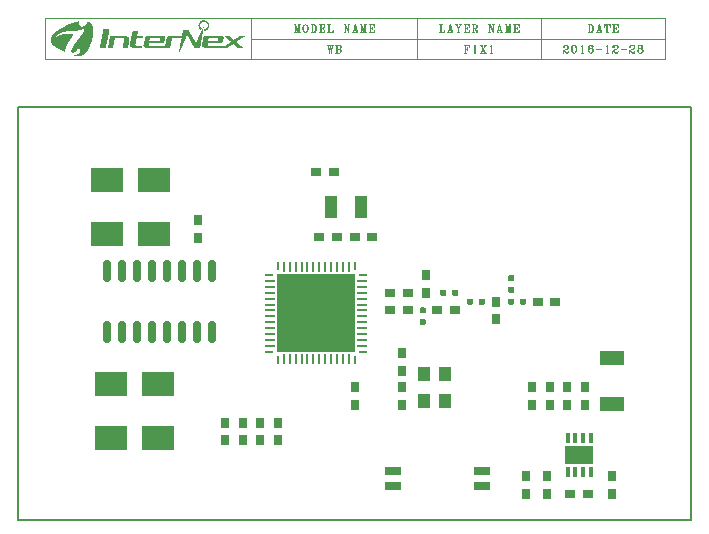
<source format=gbr>
%MOMM*%
%FSLAX33Y33*%
%ADD10C,0.203200*%
%ADD15C,0.070000*%
%ADD139R,2.800000X2.000000*%
%ADD140C,0.635000*%
%ADD141R,0.800000X0.900000*%
%ADD142R,0.789000X0.254000*%
%ADD143R,0.900000X0.250000*%
%ADD144R,0.254000X0.789000*%
%ADD145R,0.250000X0.900000*%
%ADD146R,6.600000X6.600000*%
%ADD147R,0.900000X0.800000*%
%ADD148R,1.100000X1.900000*%
%ADD149R,1.397000X0.762000*%
%ADD150R,1.050000X1.300000*%
%ADD151R,0.325000X0.900000*%
%ADD152R,2.400000X1.650000*%
%ADD153R,2.000000X1.300000*%
G90*G71*G01*D02*G54D10*X000000Y000000D02*X057000Y000000D01*X057000Y035000D01*
X000000Y035000D01*X000000Y000000D01*D02*G54D15*X019750Y042500D02*
X002250Y042500D01*X002250Y039000D01*X019750Y039000D01*X019750Y040750D02*
X054750Y040750D01*X026232Y040214D02*X026314Y039578D01*X026254Y040214D02*
X026314Y039727D01*X026314Y039578D01*X026273Y040214D02*X026336Y039727D01*
X026400Y040214D02*X026336Y039727D01*X026314Y039578D01*X026400Y040214D02*
X026482Y039578D01*X026418Y040214D02*X026482Y039727D01*X026482Y039578D01*
X026441Y040214D02*X026500Y039727D01*X026564Y040193D02*X026500Y039727D01*
X026482Y039578D01*X026173Y040214D02*X026336Y040214D01*X026400Y040214D02*
X026441Y040214D01*X026500Y040214D02*X026628Y040214D01*X026191Y040214D02*
X026254Y040193D01*X026213Y040214D02*X026254Y040161D01*X026295Y040214D02*
X026273Y040161D01*X026314Y040214D02*X026273Y040193D01*X026523Y040214D02*
X026564Y040193D01*X026605Y040214D02*X026564Y040193D01*X026950Y040214D02*
X026950Y039578D01*X026977Y040193D02*X026977Y039610D01*X027004Y040214D02*
X027004Y039578D01*X026873Y040214D02*X027191Y040214D01*X027273Y040193D01*
X027296Y040161D01*X027327Y040098D01*X027327Y040034D01*X027296Y039981D01*
X027273Y039949D01*X027191Y039917D01*X027273Y040161D02*X027296Y040098D01*
X027296Y040034D01*X027273Y039981D01*X027191Y040214D02*X027246Y040193D01*
X027273Y040130D01*X027273Y040002D01*X027246Y039949D01*X027191Y039917D01*
X027004Y039917D02*X027191Y039917D01*X027273Y039886D01*X027296Y039854D01*
X027327Y039790D01*X027327Y039705D01*X027296Y039642D01*X027273Y039610D01*
X027191Y039578D01*X026873Y039578D01*X027273Y039854D02*X027296Y039790D01*
X027296Y039705D01*X027273Y039642D01*X027191Y039917D02*X027246Y039886D01*
X027273Y039822D01*X027273Y039673D01*X027246Y039610D01*X027191Y039578D01*
X026895Y040214D02*X026950Y040193D01*X026923Y040214D02*X026950Y040161D01*
X027032Y040214D02*X027004Y040161D01*X027059Y040214D02*X027004Y040193D01*
X026950Y039610D02*X026895Y039578D01*X026950Y039642D02*X026923Y039578D01*
X027004Y039642D02*X027032Y039578D01*X027004Y039610D02*X027059Y039578D01*
X023432Y041964D02*X023432Y041360D01*X023432Y041964D02*X023577Y041328D01*
X023454Y041964D02*X023577Y041423D01*X023473Y041964D02*X023596Y041423D01*
X023723Y041964D02*X023577Y041328D01*X023723Y041964D02*X023723Y041328D01*
X023741Y041943D02*X023741Y041360D01*X023764Y041964D02*X023764Y041328D01*
X023373Y041964D02*X023473Y041964D01*X023723Y041964D02*X023828Y041964D01*
X023373Y041328D02*X023495Y041328D01*X023659Y041328D02*X023828Y041328D01*
X023391Y041964D02*X023432Y041943D01*X023782Y041964D02*X023764Y041911D01*
X023805Y041964D02*X023764Y041943D01*X023432Y041360D02*X023391Y041328D01*
X023432Y041360D02*X023473Y041328D01*X023723Y041360D02*X023682Y041328D01*
X023723Y041392D02*X023700Y041328D01*X023764Y041392D02*X023782Y041328D01*
X023764Y041360D02*X023805Y041328D01*X024268Y041964D02*X024186Y041943D01*
X024127Y041880D01*X024100Y041816D01*X024073Y041699D01*X024073Y041604D01*
X024100Y041477D01*X024127Y041423D01*X024186Y041360D01*X024268Y041328D01*
X024327Y041328D01*X024414Y041360D01*X024468Y041423D01*X024496Y041477D01*
X024528Y041604D01*X024528Y041699D01*X024496Y041816D01*X024468Y041880D01*
X024414Y041943D01*X024327Y041964D01*X024268Y041964D01*X024154Y041880D02*
X024127Y041816D01*X024100Y041731D01*X024100Y041572D01*X024127Y041477D01*
X024154Y041423D01*X024441Y041423D02*X024468Y041477D01*X024496Y041572D01*
X024496Y041731D01*X024468Y041816D01*X024441Y041880D01*X024268Y041964D02*
X024214Y041943D01*X024154Y041848D01*X024127Y041731D01*X024127Y041572D01*
X024154Y041455D01*X024214Y041360D01*X024268Y041328D01*X024327Y041328D02*
X024382Y041360D01*X024441Y041455D01*X024468Y041572D01*X024468Y041731D01*
X024441Y041848D01*X024382Y041943D01*X024327Y041964D01*X024850Y041964D02*
X024850Y041328D01*X024877Y041943D02*X024877Y041360D01*X024904Y041964D02*
X024904Y041328D01*X024773Y041964D02*X025036Y041964D01*X025118Y041943D01*
X025173Y041880D01*X025200Y041816D01*X025228Y041731D01*X025228Y041572D01*
X025200Y041477D01*X025173Y041423D01*X025118Y041360D01*X025036Y041328D01*
X024773Y041328D01*X025146Y041880D02*X025173Y041816D01*X025200Y041731D01*
X025200Y041572D01*X025173Y041477D01*X025146Y041423D01*X025036Y041964D02*
X025091Y041943D01*X025146Y041848D01*X025173Y041731D01*X025173Y041572D01*
X025146Y041455D01*X025091Y041360D01*X025036Y041328D01*X024795Y041964D02*
X024850Y041943D01*X024823Y041964D02*X024850Y041911D01*X024932Y041964D02*
X024904Y041911D01*X024959Y041964D02*X024904Y041943D01*X024850Y041360D02*
X024795Y041328D01*X024850Y041392D02*X024823Y041328D01*X024904Y041392D02*
X024932Y041328D01*X024904Y041360D02*X024959Y041328D01*X025554Y041964D02*
X025554Y041328D01*X025582Y041943D02*X025582Y041360D01*X025614Y041964D02*
X025614Y041328D01*X025473Y041964D02*X025928Y041964D01*X025928Y041784D01*
X025614Y041667D02*X025782Y041667D01*X025782Y041784D02*X025782Y041540D01*
X025473Y041328D02*X025928Y041328D01*X025928Y041508D01*X025500Y041964D02*
X025554Y041943D01*X025527Y041964D02*X025554Y041911D01*X025641Y041964D02*
X025614Y041911D01*X025668Y041964D02*X025614Y041943D01*X025782Y041964D02*
X025928Y041943D01*X025841Y041964D02*X025928Y041911D01*X025868Y041964D02*
X025928Y041880D01*X025896Y041964D02*X025928Y041784D01*X025782Y041784D02*
X025755Y041667D01*X025782Y041540D01*X025782Y041731D02*X025727Y041667D01*
X025782Y041604D01*X025782Y041699D02*X025668Y041667D01*X025782Y041636D01*
X025554Y041360D02*X025500Y041328D01*X025554Y041392D02*X025527Y041328D01*
X025614Y041392D02*X025641Y041328D01*X025614Y041360D02*X025668Y041328D01*
X025782Y041328D02*X025928Y041360D01*X025841Y041328D02*X025928Y041392D01*
X025868Y041328D02*X025928Y041423D01*X025896Y041328D02*X025928Y041508D01*
X026264Y041964D02*X026264Y041328D01*X026291Y041943D02*X026291Y041360D01*
X026323Y041964D02*X026323Y041328D01*X026173Y041964D02*X026414Y041964D01*
X026173Y041328D02*X026628Y041328D01*X026628Y041508D01*X026200Y041964D02*
X026264Y041943D01*X026232Y041964D02*X026264Y041911D01*X026355Y041964D02*
X026323Y041911D01*X026382Y041964D02*X026323Y041943D01*X026264Y041360D02*
X026200Y041328D01*X026264Y041392D02*X026232Y041328D01*X026323Y041392D02*
X026355Y041328D01*X026323Y041360D02*X026382Y041328D01*X026473Y041328D02*
X026628Y041360D01*X026532Y041328D02*X026628Y041392D01*X026564Y041328D02*
X026628Y041423D01*X026596Y041328D02*X026628Y041508D01*X027636Y041964D02*
X027636Y041360D01*X027636Y041964D02*X027955Y041328D01*X027663Y041964D02*
X027932Y041423D01*X027682Y041964D02*X027955Y041423D01*X027955Y041943D02*
X027955Y041328D01*X027572Y041964D02*X027682Y041964D01*X027891Y041964D02*
X028027Y041964D01*X027572Y041328D02*X027704Y041328D01*X027591Y041964D02*
X027636Y041943D01*X027914Y041964D02*X027955Y041943D01*X028005Y041964D02*
X027955Y041943D01*X027636Y041360D02*X027591Y041328D01*X027636Y041360D02*
X027682Y041328D01*X028500Y041964D02*X028323Y041360D01*X028473Y041880D02*
X028623Y041328D01*X028500Y041880D02*X028650Y041328D01*X028500Y041964D02*
X028673Y041328D01*X028373Y041508D02*X028600Y041508D01*X028272Y041328D02*
X028423Y041328D01*X028550Y041328D02*X028727Y041328D01*X028323Y041360D02*
X028295Y041328D01*X028323Y041360D02*X028373Y041328D01*X028623Y041360D02*
X028573Y041328D01*X028623Y041392D02*X028600Y041328D01*X028650Y041392D02*
X028700Y041328D01*X029032Y041964D02*X029032Y041360D01*X029032Y041964D02*
X029177Y041328D01*X029054Y041964D02*X029177Y041423D01*X029073Y041964D02*
X029195Y041423D01*X029323Y041964D02*X029177Y041328D01*X029323Y041964D02*
X029323Y041328D01*X029341Y041943D02*X029341Y041360D01*X029364Y041964D02*
X029364Y041328D01*X028972Y041964D02*X029073Y041964D01*X029323Y041964D02*
X029427Y041964D01*X028972Y041328D02*X029095Y041328D01*X029259Y041328D02*
X029427Y041328D01*X028991Y041964D02*X029032Y041943D01*X029382Y041964D02*
X029364Y041911D01*X029405Y041964D02*X029364Y041943D01*X029032Y041360D02*
X028991Y041328D01*X029032Y041360D02*X029073Y041328D01*X029323Y041360D02*
X029282Y041328D01*X029323Y041392D02*X029300Y041328D01*X029364Y041392D02*
X029382Y041328D01*X029364Y041360D02*X029405Y041328D01*X029754Y041964D02*
X029754Y041328D01*X029782Y041943D02*X029782Y041360D01*X029814Y041964D02*
X029814Y041328D01*X029672Y041964D02*X030127Y041964D01*X030127Y041784D01*
X029814Y041667D02*X029982Y041667D01*X029982Y041784D02*X029982Y041540D01*
X029672Y041328D02*X030127Y041328D01*X030127Y041508D01*X029700Y041964D02*
X029754Y041943D01*X029727Y041964D02*X029754Y041911D01*X029841Y041964D02*
X029814Y041911D01*X029868Y041964D02*X029814Y041943D01*X029982Y041964D02*
X030127Y041943D01*X030041Y041964D02*X030127Y041911D01*X030068Y041964D02*
X030127Y041880D01*X030096Y041964D02*X030127Y041784D01*X029982Y041784D02*
X029955Y041667D01*X029982Y041540D01*X029982Y041731D02*X029927Y041667D01*
X029982Y041604D01*X029982Y041699D02*X029868Y041667D01*X029982Y041636D01*
X029754Y041360D02*X029700Y041328D01*X029754Y041392D02*X029727Y041328D01*
X029814Y041392D02*X029841Y041328D01*X029814Y041360D02*X029868Y041328D01*
X029982Y041328D02*X030127Y041360D01*X030041Y041328D02*X030127Y041392D01*
X030068Y041328D02*X030127Y041423D01*X030096Y041328D02*X030127Y041508D01*
X035714Y041964D02*X035714Y041328D01*X035741Y041943D02*X035741Y041360D01*
X035773Y041964D02*X035773Y041328D01*X035623Y041964D02*X035864Y041964D01*
X035623Y041328D02*X036078Y041328D01*X036078Y041508D01*X035650Y041964D02*
X035714Y041943D01*X035682Y041964D02*X035714Y041911D01*X035805Y041964D02*
X035773Y041911D01*X035832Y041964D02*X035773Y041943D01*X035714Y041360D02*
X035650Y041328D01*X035714Y041392D02*X035682Y041328D01*X035773Y041392D02*
X035805Y041328D01*X035773Y041360D02*X035832Y041328D01*X035923Y041328D02*
X036078Y041360D01*X035982Y041328D02*X036078Y041392D01*X036014Y041328D02*
X036078Y041423D01*X036046Y041328D02*X036078Y041508D01*X036550Y041964D02*
X036373Y041360D01*X036523Y041880D02*X036673Y041328D01*X036550Y041880D02*
X036700Y041328D01*X036550Y041964D02*X036723Y041328D01*X036423Y041508D02*
X036650Y041508D01*X036323Y041328D02*X036473Y041328D01*X036600Y041328D02*
X036778Y041328D01*X036373Y041360D02*X036345Y041328D01*X036373Y041360D02*
X036423Y041328D01*X036673Y041360D02*X036623Y041328D01*X036673Y041392D02*
X036650Y041328D01*X036700Y041392D02*X036750Y041328D01*X037068Y041964D02*
X037223Y041636D01*X037223Y041328D01*X037091Y041964D02*X037245Y041636D01*
X037245Y041360D01*X037109Y041964D02*X037273Y041636D01*X037273Y041328D01*
X037405Y041943D02*X037273Y041636D01*X037023Y041964D02*X037182Y041964D01*
X037336Y041964D02*X037478Y041964D01*X037159Y041328D02*X037336Y041328D01*
X037045Y041964D02*X037091Y041943D01*X037159Y041964D02*X037109Y041943D01*
X037364Y041964D02*X037405Y041943D01*X037450Y041964D02*X037405Y041943D01*
X037223Y041360D02*X037182Y041328D01*X037223Y041392D02*X037200Y041328D01*
X037273Y041392D02*X037291Y041328D01*X037273Y041360D02*X037314Y041328D01*
X037804Y041964D02*X037804Y041328D01*X037832Y041943D02*X037832Y041360D01*
X037864Y041964D02*X037864Y041328D01*X037723Y041964D02*X038178Y041964D01*
X038178Y041784D01*X037864Y041667D02*X038032Y041667D01*X038032Y041784D02*
X038032Y041540D01*X037723Y041328D02*X038178Y041328D01*X038178Y041508D01*
X037750Y041964D02*X037804Y041943D01*X037777Y041964D02*X037804Y041911D01*
X037891Y041964D02*X037864Y041911D01*X037918Y041964D02*X037864Y041943D01*
X038032Y041964D02*X038178Y041943D01*X038091Y041964D02*X038178Y041911D01*
X038118Y041964D02*X038178Y041880D01*X038146Y041964D02*X038178Y041784D01*
X038032Y041784D02*X038005Y041667D01*X038032Y041540D01*X038032Y041731D02*
X037977Y041667D01*X038032Y041604D01*X038032Y041699D02*X037918Y041667D01*
X038032Y041636D01*X037804Y041360D02*X037750Y041328D01*X037804Y041392D02*
X037777Y041328D01*X037864Y041392D02*X037891Y041328D01*X037864Y041360D02*
X037918Y041328D01*X038032Y041328D02*X038178Y041360D01*X038091Y041328D02*
X038178Y041392D01*X038118Y041328D02*X038178Y041423D01*X038146Y041328D02*
X038178Y041508D01*X038495Y041964D02*X038495Y041328D01*X038523Y041943D02*
X038523Y041360D01*X038545Y041964D02*X038545Y041328D01*X038423Y041964D02*
X038723Y041964D01*X038800Y041943D01*X038823Y041911D01*X038850Y041848D01*
X038850Y041784D01*X038823Y041731D01*X038800Y041699D01*X038723Y041667D01*
X038545Y041667D01*X038800Y041911D02*X038823Y041848D01*X038823Y041784D01*
X038800Y041731D01*X038723Y041964D02*X038773Y041943D01*X038800Y041880D01*
X038800Y041752D01*X038773Y041699D01*X038723Y041667D01*X038645Y041667D02*
X038700Y041636D01*X038723Y041572D01*X038773Y041392D01*X038800Y041328D01*
X038850Y041328D01*X038878Y041392D01*X038878Y041455D01*X038773Y041455D02*
X038800Y041392D01*X038823Y041360D01*X038850Y041360D01*X038700Y041636D02*
X038723Y041604D01*X038800Y041423D01*X038823Y041392D01*X038850Y041392D01*
X038878Y041423D01*X038423Y041328D02*X038623Y041328D01*X038445Y041964D02*
X038495Y041943D01*X038473Y041964D02*X038495Y041911D01*X038573Y041964D02*
X038545Y041911D01*X038595Y041964D02*X038545Y041943D01*X038495Y041360D02*
X038445Y041328D01*X038495Y041392D02*X038473Y041328D01*X038545Y041392D02*
X038573Y041328D01*X038545Y041360D02*X038595Y041328D01*X039886Y041964D02*
X039886Y041360D01*X039886Y041964D02*X040205Y041328D01*X039913Y041964D02*
X040182Y041423D01*X039932Y041964D02*X040205Y041423D01*X040205Y041943D02*
X040205Y041328D01*X039822Y041964D02*X039932Y041964D01*X040141Y041964D02*
X040277Y041964D01*X039822Y041328D02*X039954Y041328D01*X039841Y041964D02*
X039886Y041943D01*X040164Y041964D02*X040205Y041943D01*X040255Y041964D02*
X040205Y041943D01*X039886Y041360D02*X039841Y041328D01*X039886Y041360D02*
X039932Y041328D01*X040750Y041964D02*X040573Y041360D01*X040723Y041880D02*
X040873Y041328D01*X040750Y041880D02*X040900Y041328D01*X040750Y041964D02*
X040923Y041328D01*X040623Y041508D02*X040850Y041508D01*X040522Y041328D02*
X040673Y041328D01*X040800Y041328D02*X040977Y041328D01*X040573Y041360D02*
X040545Y041328D01*X040573Y041360D02*X040623Y041328D01*X040873Y041360D02*
X040823Y041328D01*X040873Y041392D02*X040850Y041328D01*X040900Y041392D02*
X040950Y041328D01*X041282Y041964D02*X041282Y041360D01*X041282Y041964D02*
X041427Y041328D01*X041304Y041964D02*X041427Y041423D01*X041323Y041964D02*
X041445Y041423D01*X041573Y041964D02*X041427Y041328D01*X041573Y041964D02*
X041573Y041328D01*X041591Y041943D02*X041591Y041360D01*X041614Y041964D02*
X041614Y041328D01*X041222Y041964D02*X041323Y041964D01*X041573Y041964D02*
X041677Y041964D01*X041222Y041328D02*X041345Y041328D01*X041509Y041328D02*
X041677Y041328D01*X041241Y041964D02*X041282Y041943D01*X041632Y041964D02*
X041614Y041911D01*X041655Y041964D02*X041614Y041943D01*X041282Y041360D02*
X041241Y041328D01*X041282Y041360D02*X041323Y041328D01*X041573Y041360D02*
X041532Y041328D01*X041573Y041392D02*X041550Y041328D01*X041614Y041392D02*
X041632Y041328D01*X041614Y041360D02*X041655Y041328D01*X042004Y041964D02*
X042004Y041328D01*X042032Y041943D02*X042032Y041360D01*X042064Y041964D02*
X042064Y041328D01*X041922Y041964D02*X042377Y041964D01*X042377Y041784D01*
X042064Y041667D02*X042232Y041667D01*X042232Y041784D02*X042232Y041540D01*
X041922Y041328D02*X042377Y041328D01*X042377Y041508D01*X041950Y041964D02*
X042004Y041943D01*X041977Y041964D02*X042004Y041911D01*X042091Y041964D02*
X042064Y041911D01*X042118Y041964D02*X042064Y041943D01*X042232Y041964D02*
X042377Y041943D01*X042291Y041964D02*X042377Y041911D01*X042318Y041964D02*
X042377Y041880D01*X042346Y041964D02*X042377Y041784D01*X042232Y041784D02*
X042205Y041667D01*X042232Y041540D01*X042232Y041731D02*X042177Y041667D01*
X042232Y041604D01*X042232Y041699D02*X042118Y041667D01*X042232Y041636D01*
X042004Y041360D02*X041950Y041328D01*X042004Y041392D02*X041977Y041328D01*
X042064Y041392D02*X042091Y041328D01*X042064Y041360D02*X042118Y041328D01*
X042232Y041328D02*X042377Y041360D01*X042291Y041328D02*X042377Y041392D01*
X042318Y041328D02*X042377Y041423D01*X042346Y041328D02*X042377Y041508D01*
X033750Y042500D02*X033750Y039000D01*X019750Y042500D02*X054750Y042500D01*
X054750Y039000D02*X019750Y039000D01*X019750Y042500D02*X019750Y039000D01*
X054750Y042500D02*X054750Y039000D01*X044250Y042500D02*X044250Y039000D01*
X048300Y041964D02*X048300Y041328D01*X048327Y041943D02*X048327Y041360D01*
X048354Y041964D02*X048354Y041328D01*X048223Y041964D02*X048486Y041964D01*
X048568Y041943D01*X048623Y041880D01*X048650Y041816D01*X048678Y041731D01*
X048678Y041572D01*X048650Y041477D01*X048623Y041423D01*X048568Y041360D01*
X048486Y041328D01*X048223Y041328D01*X048596Y041880D02*X048623Y041816D01*
X048650Y041731D01*X048650Y041572D01*X048623Y041477D01*X048596Y041423D01*
X048486Y041964D02*X048541Y041943D01*X048596Y041848D01*X048623Y041731D01*
X048623Y041572D01*X048596Y041455D01*X048541Y041360D01*X048486Y041328D01*
X048245Y041964D02*X048300Y041943D01*X048273Y041964D02*X048300Y041911D01*
X048382Y041964D02*X048354Y041911D01*X048409Y041964D02*X048354Y041943D01*
X048300Y041360D02*X048245Y041328D01*X048300Y041392D02*X048273Y041328D01*
X048354Y041392D02*X048382Y041328D01*X048354Y041360D02*X048409Y041328D01*
X049150Y041964D02*X048973Y041360D01*X049123Y041880D02*X049273Y041328D01*
X049150Y041880D02*X049300Y041328D01*X049150Y041964D02*X049323Y041328D01*
X049023Y041508D02*X049250Y041508D01*X048923Y041328D02*X049073Y041328D01*
X049200Y041328D02*X049378Y041328D01*X048973Y041360D02*X048945Y041328D01*
X048973Y041360D02*X049023Y041328D01*X049273Y041360D02*X049223Y041328D01*
X049273Y041392D02*X049250Y041328D01*X049300Y041392D02*X049350Y041328D01*
X049623Y041964D02*X049623Y041784D01*X049818Y041964D02*X049818Y041328D01*
X049850Y041943D02*X049850Y041360D01*X049877Y041964D02*X049877Y041328D01*
X050077Y041964D02*X050077Y041784D01*X049623Y041964D02*X050077Y041964D01*
X049736Y041328D02*X049959Y041328D01*X049650Y041964D02*X049623Y041784D01*
X049677Y041964D02*X049623Y041880D01*X049704Y041964D02*X049623Y041911D01*
X049764Y041964D02*X049623Y041943D01*X049932Y041964D02*X050077Y041943D01*
X049991Y041964D02*X050077Y041911D01*X050018Y041964D02*X050077Y041880D01*
X050046Y041964D02*X050077Y041784D01*X049818Y041360D02*X049764Y041328D01*
X049818Y041392D02*X049791Y041328D01*X049877Y041392D02*X049905Y041328D01*
X049877Y041360D02*X049932Y041328D01*X050404Y041964D02*X050404Y041328D01*
X050432Y041943D02*X050432Y041360D01*X050464Y041964D02*X050464Y041328D01*
X050322Y041964D02*X050777Y041964D01*X050777Y041784D01*X050464Y041667D02*
X050632Y041667D01*X050632Y041784D02*X050632Y041540D01*X050322Y041328D02*
X050777Y041328D01*X050777Y041508D01*X050350Y041964D02*X050404Y041943D01*
X050377Y041964D02*X050404Y041911D01*X050491Y041964D02*X050464Y041911D01*
X050518Y041964D02*X050464Y041943D01*X050632Y041964D02*X050777Y041943D01*
X050691Y041964D02*X050777Y041911D01*X050718Y041964D02*X050777Y041880D01*
X050746Y041964D02*X050777Y041784D01*X050632Y041784D02*X050605Y041667D01*
X050632Y041540D01*X050632Y041731D02*X050577Y041667D01*X050632Y041604D01*
X050632Y041699D02*X050518Y041667D01*X050632Y041636D01*X050404Y041360D02*
X050350Y041328D01*X050404Y041392D02*X050377Y041328D01*X050464Y041392D02*
X050491Y041328D01*X050464Y041360D02*X050518Y041328D01*X050632Y041328D02*
X050777Y041360D01*X050691Y041328D02*X050777Y041392D01*X050718Y041328D02*
X050777Y041423D01*X050746Y041328D02*X050777Y041508D01*X046154Y040098D02*
X046154Y040066D01*X046186Y040066D01*X046186Y040098D01*X046154Y040098D01*
X046154Y040130D02*X046186Y040130D01*X046218Y040098D01*X046218Y040066D01*
X046186Y040034D01*X046154Y040034D01*X046123Y040066D01*X046123Y040098D01*
X046154Y040161D01*X046186Y040193D01*X046282Y040214D01*X046414Y040214D01*
X046509Y040193D01*X046541Y040161D01*X046578Y040098D01*X046578Y040034D01*
X046541Y039981D01*X046446Y039917D01*X046282Y039854D01*X046218Y039822D01*
X046154Y039758D01*X046123Y039673D01*X046123Y039578D01*X046509Y040161D02*
X046541Y040098D01*X046541Y040034D01*X046509Y039981D01*X046414Y040214D02*
X046477Y040193D01*X046509Y040098D01*X046509Y040034D01*X046477Y039981D01*
X046414Y039917D01*X046282Y039854D01*X046123Y039642D02*X046154Y039673D01*
X046218Y039673D01*X046377Y039642D01*X046509Y039642D01*X046578Y039673D01*
X046218Y039673D02*X046377Y039610D01*X046509Y039610D01*X046541Y039642D01*
X046218Y039673D02*X046377Y039578D01*X046509Y039578D01*X046541Y039610D01*
X046578Y039673D01*X046578Y039727D01*X047014Y040214D02*X046918Y040193D01*
X046854Y040098D01*X046823Y039949D01*X046823Y039854D01*X046854Y039705D01*
X046918Y039610D01*X047014Y039578D01*X047082Y039578D01*X047177Y039610D01*
X047241Y039705D01*X047278Y039854D01*X047278Y039949D01*X047241Y040098D01*
X047177Y040193D01*X047082Y040214D01*X047014Y040214D01*X046918Y040161D02*
X046886Y040098D01*X046854Y039981D01*X046854Y039822D01*X046886Y039705D01*
X046918Y039642D01*X047177Y039642D02*X047209Y039705D01*X047241Y039822D01*
X047241Y039981D01*X047209Y040098D01*X047177Y040161D01*X047014Y040214D02*
X046950Y040193D01*X046918Y040130D01*X046886Y039981D01*X046886Y039822D01*
X046918Y039673D01*X046950Y039610D01*X047014Y039578D01*X047082Y039578D02*
X047146Y039610D01*X047177Y039673D01*X047209Y039822D01*X047209Y039981D01*
X047177Y040130D01*X047146Y040193D01*X047082Y040214D01*X047727Y040161D02*
X047727Y039578D01*X047745Y040161D02*X047745Y039610D01*X047759Y040214D02*
X047759Y039578D01*X047759Y040214D02*X047714Y040130D01*X047686Y040098D01*
X047673Y039578D02*X047818Y039578D01*X047727Y039610D02*X047700Y039578D01*
X047727Y039642D02*X047714Y039578D01*X047759Y039642D02*X047773Y039578D01*
X047759Y039610D02*X047786Y039578D01*X048577Y040130D02*X048577Y040098D01*
X048609Y040098D01*X048609Y040130D01*X048577Y040130D01*X048609Y040161D02*
X048577Y040161D01*X048546Y040130D01*X048546Y040098D01*X048577Y040066D01*
X048609Y040066D01*X048641Y040098D01*X048641Y040130D01*X048609Y040193D01*
X048546Y040214D01*X048450Y040214D01*X048350Y040193D01*X048286Y040130D01*
X048254Y040066D01*X048223Y039949D01*X048223Y039758D01*X048254Y039673D01*
X048318Y039610D01*X048414Y039578D01*X048482Y039578D01*X048577Y039610D01*
X048641Y039673D01*X048678Y039758D01*X048678Y039790D01*X048641Y039886D01*
X048577Y039949D01*X048482Y039981D01*X048414Y039981D01*X048350Y039949D01*
X048318Y039917D01*X048286Y039854D01*X048318Y040130D02*X048286Y040066D01*
X048254Y039949D01*X048254Y039758D01*X048286Y039673D01*X048318Y039642D01*
X048609Y039673D02*X048641Y039727D01*X048641Y039822D01*X048609Y039886D01*
X048450Y040214D02*X048382Y040193D01*X048350Y040161D01*X048318Y040098D01*
X048286Y039981D01*X048286Y039758D01*X048318Y039673D01*X048350Y039610D01*
X048414Y039578D01*X048482Y039578D02*X048546Y039610D01*X048577Y039642D01*
X048609Y039727D01*X048609Y039822D01*X048577Y039917D01*X048546Y039949D01*
X048482Y039981D01*X048923Y039886D02*X049378Y039886D01*X049378Y039854D01*
X048923Y039886D02*X048923Y039854D01*X049378Y039854D01*X049827Y040161D02*
X049827Y039578D01*X049845Y040161D02*X049845Y039610D01*X049859Y040214D02*
X049859Y039578D01*X049859Y040214D02*X049814Y040130D01*X049786Y040098D01*
X049773Y039578D02*X049918Y039578D01*X049827Y039610D02*X049800Y039578D01*
X049827Y039642D02*X049814Y039578D01*X049859Y039642D02*X049873Y039578D01*
X049859Y039610D02*X049886Y039578D01*X050354Y040098D02*X050354Y040066D01*
X050386Y040066D01*X050386Y040098D01*X050354Y040098D01*X050354Y040130D02*
X050386Y040130D01*X050418Y040098D01*X050418Y040066D01*X050386Y040034D01*
X050354Y040034D01*X050322Y040066D01*X050322Y040098D01*X050354Y040161D01*
X050386Y040193D01*X050482Y040214D01*X050614Y040214D01*X050709Y040193D01*
X050741Y040161D01*X050777Y040098D01*X050777Y040034D01*X050741Y039981D01*
X050646Y039917D01*X050482Y039854D01*X050418Y039822D01*X050354Y039758D01*
X050322Y039673D01*X050322Y039578D01*X050709Y040161D02*X050741Y040098D01*
X050741Y040034D01*X050709Y039981D01*X050614Y040214D02*X050677Y040193D01*
X050709Y040098D01*X050709Y040034D01*X050677Y039981D01*X050614Y039917D01*
X050482Y039854D01*X050322Y039642D02*X050354Y039673D01*X050418Y039673D01*
X050577Y039642D01*X050709Y039642D01*X050777Y039673D01*X050418Y039673D02*
X050577Y039610D01*X050709Y039610D01*X050741Y039642D01*X050418Y039673D02*
X050577Y039578D01*X050709Y039578D01*X050741Y039610D01*X050777Y039673D01*
X050777Y039727D01*X051022Y039886D02*X051477Y039886D01*X051477Y039854D01*
X051022Y039886D02*X051022Y039854D01*X051477Y039854D01*X051754Y040098D02*
X051754Y040066D01*X051786Y040066D01*X051786Y040098D01*X051754Y040098D01*
X051754Y040130D02*X051786Y040130D01*X051818Y040098D01*X051818Y040066D01*
X051786Y040034D01*X051754Y040034D01*X051722Y040066D01*X051722Y040098D01*
X051754Y040161D01*X051786Y040193D01*X051882Y040214D01*X052014Y040214D01*
X052109Y040193D01*X052141Y040161D01*X052177Y040098D01*X052177Y040034D01*
X052141Y039981D01*X052046Y039917D01*X051882Y039854D01*X051818Y039822D01*
X051754Y039758D01*X051722Y039673D01*X051722Y039578D01*X052109Y040161D02*
X052141Y040098D01*X052141Y040034D01*X052109Y039981D01*X052014Y040214D02*
X052077Y040193D01*X052109Y040098D01*X052109Y040034D01*X052077Y039981D01*
X052014Y039917D01*X051882Y039854D01*X051722Y039642D02*X051754Y039673D01*
X051818Y039673D01*X051977Y039642D01*X052109Y039642D01*X052177Y039673D01*
X051818Y039673D02*X051977Y039610D01*X052109Y039610D01*X052141Y039642D01*
X051818Y039673D02*X051977Y039578D01*X052109Y039578D01*X052141Y039610D01*
X052177Y039673D01*X052177Y039727D01*X052582Y040214D02*X052486Y040193D01*
X052454Y040130D01*X052454Y040034D01*X052486Y039981D01*X052582Y039949D01*
X052714Y039949D01*X052809Y039981D01*X052841Y040034D01*X052841Y040130D01*
X052809Y040193D01*X052714Y040214D01*X052582Y040214D01*X052518Y040193D02*
X052486Y040130D01*X052486Y040034D01*X052518Y039981D01*X052777Y039981D02*
X052809Y040034D01*X052809Y040130D01*X052777Y040193D01*X052582Y040214D02*
X052550Y040193D01*X052518Y040130D01*X052518Y040034D01*X052550Y039981D01*
X052582Y039949D01*X052714Y039949D02*X052746Y039981D01*X052777Y040034D01*
X052777Y040130D01*X052746Y040193D01*X052714Y040214D01*X052582Y039949D02*
X052486Y039917D01*X052454Y039886D01*X052422Y039822D01*X052422Y039705D01*
X052454Y039642D01*X052486Y039610D01*X052582Y039578D01*X052714Y039578D01*
X052809Y039610D01*X052841Y039642D01*X052877Y039705D01*X052877Y039822D01*
X052841Y039886D01*X052809Y039917D01*X052714Y039949D01*X052486Y039886D02*
X052454Y039822D01*X052454Y039705D01*X052486Y039642D01*X052809Y039642D02*
X052841Y039705D01*X052841Y039822D01*X052809Y039886D01*X052582Y039949D02*
X052518Y039917D01*X052486Y039822D01*X052486Y039705D01*X052518Y039610D01*
X052582Y039578D01*X052714Y039578D02*X052777Y039610D01*X052809Y039705D01*
X052809Y039822D01*X052777Y039917D01*X052714Y039949D01*X037804Y040214D02*
X037804Y039578D01*X037836Y040193D02*X037836Y039610D01*X037864Y040214D02*
X037864Y039578D01*X037723Y040214D02*X038178Y040214D01*X038178Y040034D01*
X037864Y039917D02*X038032Y039917D01*X038032Y040034D02*X038032Y039790D01*
X037723Y039578D02*X037950Y039578D01*X037750Y040214D02*X037804Y040193D01*
X037777Y040214D02*X037804Y040161D01*X037891Y040214D02*X037864Y040161D01*
X037918Y040214D02*X037864Y040193D01*X038032Y040214D02*X038178Y040193D01*
X038091Y040214D02*X038178Y040161D01*X038118Y040214D02*X038178Y040130D01*
X038146Y040214D02*X038178Y040034D01*X038032Y040034D02*X038005Y039917D01*
X038032Y039790D01*X038032Y039981D02*X037977Y039917D01*X038032Y039854D01*
X038032Y039949D02*X037918Y039917D01*X038032Y039886D01*X037804Y039610D02*
X037750Y039578D01*X037804Y039642D02*X037777Y039578D01*X037864Y039642D02*
X037891Y039578D01*X037864Y039610D02*X037918Y039578D01*X038632Y040214D02*
X038632Y039578D01*X038645Y040193D02*X038645Y039610D01*X038664Y040214D02*
X038664Y039578D01*X038591Y040214D02*X038705Y040214D01*X038591Y039578D02*
X038705Y039578D01*X038605Y040214D02*X038632Y040193D01*X038618Y040214D02*
X038632Y040161D01*X038677Y040214D02*X038664Y040161D01*X038691Y040214D02*
X038664Y040193D01*X038632Y039610D02*X038605Y039578D01*X038632Y039642D02*
X038618Y039578D01*X038664Y039642D02*X038677Y039578D01*X038664Y039610D02*
X038691Y039578D01*X039173Y040214D02*X039473Y039578D01*X039195Y040214D02*
X039500Y039578D01*X039223Y040214D02*X039523Y039578D01*X039500Y040193D02*
X039195Y039610D01*X039123Y040214D02*X039295Y040214D01*X039423Y040214D02*
X039577Y040214D01*X039123Y039578D02*X039273Y039578D01*X039400Y039578D02*
X039577Y039578D01*X039145Y040214D02*X039223Y040161D01*X039245Y040214D02*
X039223Y040161D01*X039273Y040214D02*X039223Y040193D01*X039450Y040214D02*
X039500Y040193D01*X039550Y040214D02*X039500Y040193D01*X039195Y039610D02*
X039145Y039578D01*X039195Y039610D02*X039245Y039578D01*X039473Y039610D02*
X039423Y039578D01*X039473Y039642D02*X039450Y039578D01*X039473Y039642D02*
X039550Y039578D01*X040027Y040161D02*X040027Y039578D01*X040045Y040161D02*
X040045Y039610D01*X040059Y040214D02*X040059Y039578D01*X040059Y040214D02*
X040014Y040130D01*X039986Y040098D01*X039973Y039578D02*X040118Y039578D01*
X040027Y039610D02*X040000Y039578D01*X040027Y039642D02*X040014Y039578D01*
X040059Y039642D02*X040073Y039578D01*X040059Y039610D02*X040086Y039578D01*
X000000Y000000D02*D02*G54D139*X007830Y006950D03*X011830Y006950D03*
X007830Y011550D03*X011830Y011550D03*X007500Y024200D03*X011500Y024200D03*
X007500Y028800D03*X011500Y028800D03*D02*G54D140*X007555Y016518D02*
X007555Y015318D01*X008825Y016518D02*X008825Y015318D01*X010095Y016518D02*
X010095Y015318D01*X011365Y016518D02*X011365Y015318D01*X012635Y016518D02*
X012635Y015318D01*X013905Y016518D02*X013905Y015318D01*X015175Y016518D02*
X015175Y015318D01*X016445Y016518D02*X016445Y015318D01*X008825Y021683D02*
X008825Y020483D01*X007555Y021683D02*X007555Y020483D01*X012635Y021683D02*
X012635Y020483D01*X011365Y021683D02*X011365Y020483D01*X010095Y021683D02*
X010095Y020483D01*X016445Y021683D02*X016445Y020483D01*X015175Y021683D02*
X015175Y020483D01*X013905Y021683D02*X013905Y020483D01*D02*G54D141*
X043000Y002250D03*X044750Y002250D03*X050250Y002250D03*X043000Y003750D03*
X044750Y003750D03*X050250Y003750D03*X017500Y008250D03*X017500Y006750D03*
X020500Y008250D03*X020500Y006750D03*X019000Y008250D03*X019000Y006750D03*
X022000Y008250D03*X022000Y006750D03*X028500Y009750D03*X028500Y011250D03*
X032500Y011250D03*X032500Y009750D03*X046500Y011250D03*X046500Y009750D03*
X045000Y011250D03*X045000Y009750D03*X043500Y011250D03*X043500Y009750D03*
X048000Y011250D03*X048000Y009750D03*X032500Y012625D03*X032500Y014125D03*
X040500Y017000D03*X034500Y019250D03*X040500Y018500D03*X034500Y020750D03*
X015250Y023875D03*X015250Y025375D03*D02*G54D142*X021275Y014250D03*
X029225Y014250D03*X021275Y020750D03*X029225Y020750D03*D02*G54D143*
X021350Y017250D03*X021350Y016750D03*X021350Y016250D03*X021350Y015750D03*
X021350Y015250D03*X021350Y014750D03*X029150Y014750D03*X029150Y015250D03*
X029150Y015750D03*X029150Y016250D03*X029150Y016750D03*X029150Y017250D03*
X021350Y020250D03*X021350Y019750D03*X021350Y019250D03*X021350Y018750D03*
X021350Y018250D03*X021350Y017750D03*X029150Y017750D03*X029150Y018250D03*
X029150Y018750D03*X029150Y019250D03*X029150Y019750D03*X029150Y020250D03*D02*
G54D144*X022000Y013525D03*X028500Y013525D03*X022000Y021475D03*X028500Y021475D03*
D02*G54D145*X022500Y013600D03*X023000Y013600D03*X023500Y013600D03*
X024000Y013600D03*X024500Y013600D03*X025000Y013600D03*X025500Y013600D03*
X026000Y013600D03*X026500Y013600D03*X027000Y013600D03*X027500Y013600D03*
X028000Y013600D03*X025500Y021400D03*X025000Y021400D03*X024500Y021400D03*
X024000Y021400D03*X023500Y021400D03*X023000Y021400D03*X022500Y021400D03*
X028000Y021400D03*X027500Y021400D03*X027000Y021400D03*X026500Y021400D03*
X026000Y021400D03*D02*G54D146*X025250Y017500D03*D02*G54D147*X046750Y002250D03*
X048250Y002250D03*X033000Y017750D03*X031500Y017750D03*X033000Y019250D03*
X031500Y019250D03*X037000Y017750D03*X035500Y017750D03*X044000Y018500D03*
X045500Y018500D03*X025500Y024000D03*X030000Y024000D03*X028500Y024000D03*
X027000Y024000D03*X025250Y029500D03*X026750Y029500D03*D02*G54D148*
X026500Y026500D03*X029000Y026500D03*D02*G54D149*X031725Y002865D03*
X039275Y002865D03*X031725Y004135D03*X039275Y004135D03*D02*G54D150*
X034325Y010100D03*X036175Y010100D03*X034325Y012400D03*X036175Y012400D03*D02*
G54D151*X046525Y004050D03*X047175Y004050D03*X047825Y004050D03*X048475Y004050D03*
X046525Y006950D03*X048475Y006950D03*X047825Y006950D03*X047175Y006950D03*D02*
G54D152*X047500Y005500D03*D02*G54D153*X050250Y009800D03*X050250Y013700D03*
G36*X034000Y016600D02*X034002Y016580D01*X034008Y016562D01*X034017Y016544D01*
X034029Y016529D01*X034044Y016517D01*X034062Y016508D01*X034080Y016502D01*
X034100Y016500D01*X034400Y016500D01*X034420Y016502D01*X034438Y016508D01*
X034456Y016517D01*X034471Y016529D01*X034483Y016544D01*X034492Y016562D01*
X034498Y016580D01*X034500Y016600D01*X034500Y016900D01*X034498Y016920D01*
X034492Y016938D01*X034483Y016956D01*X034471Y016971D01*X034456Y016983D01*
X034438Y016992D01*X034420Y016998D01*X034400Y017000D01*X034100Y017000D01*
X034080Y016998D01*X034062Y016992D01*X034044Y016983D01*X034029Y016971D01*
X034017Y016956D01*X034008Y016938D01*X034002Y016920D01*X034000Y016900D01*
X034000Y016600D01*G37*G36*X034000Y017600D02*X034002Y017580D01*X034008Y017562D01*
X034017Y017544D01*X034029Y017529D01*X034044Y017517D01*X034062Y017508D01*
X034080Y017502D01*X034100Y017500D01*X034400Y017500D01*X034420Y017502D01*
X034438Y017508D01*X034456Y017517D01*X034471Y017529D01*X034483Y017544D01*
X034492Y017562D01*X034498Y017580D01*X034500Y017600D01*X034500Y017900D01*
X034498Y017920D01*X034492Y017938D01*X034483Y017956D01*X034471Y017971D01*
X034456Y017983D01*X034438Y017992D01*X034420Y017998D01*X034400Y018000D01*
X034100Y018000D01*X034080Y017998D01*X034062Y017992D01*X034044Y017983D01*
X034029Y017971D01*X034017Y017956D01*X034008Y017938D01*X034002Y017920D01*
X034000Y017900D01*X034000Y017600D01*G37*G36*X038000Y018350D02*X038002Y018330D01*
X038008Y018312D01*X038017Y018294D01*X038029Y018279D01*X038044Y018267D01*
X038062Y018258D01*X038080Y018252D01*X038100Y018250D01*X038400Y018250D01*
X038420Y018252D01*X038438Y018258D01*X038456Y018267D01*X038471Y018279D01*
X038483Y018294D01*X038492Y018312D01*X038498Y018330D01*X038500Y018350D01*
X038500Y018650D01*X038498Y018670D01*X038492Y018688D01*X038483Y018706D01*
X038471Y018721D01*X038456Y018733D01*X038438Y018742D01*X038420Y018748D01*
X038400Y018750D01*X038100Y018750D01*X038080Y018748D01*X038062Y018742D01*
X038044Y018733D01*X038029Y018721D01*X038017Y018706D01*X038008Y018688D01*
X038002Y018670D01*X038000Y018650D01*X038000Y018350D01*G37*G36*X036750Y019100D02*
X036752Y019080D01*X036758Y019062D01*X036767Y019044D01*X036779Y019029D01*
X036794Y019017D01*X036812Y019008D01*X036830Y019002D01*X036850Y019000D01*
X037150Y019000D01*X037170Y019002D01*X037188Y019008D01*X037206Y019017D01*
X037221Y019029D01*X037233Y019044D01*X037242Y019062D01*X037248Y019080D01*
X037250Y019100D01*X037250Y019400D01*X037248Y019420D01*X037242Y019438D01*
X037233Y019456D01*X037221Y019471D01*X037206Y019483D01*X037188Y019492D01*
X037170Y019498D01*X037150Y019500D01*X036850Y019500D01*X036830Y019498D01*
X036812Y019492D01*X036794Y019483D01*X036779Y019471D01*X036767Y019456D01*
X036758Y019438D01*X036752Y019420D01*X036750Y019400D01*X036750Y019100D01*G37*G36*
X035750Y019100D02*X035752Y019080D01*X035758Y019062D01*X035767Y019044D01*
X035779Y019029D01*X035794Y019017D01*X035812Y019008D01*X035830Y019002D01*
X035850Y019000D01*X036150Y019000D01*X036170Y019002D01*X036188Y019008D01*
X036206Y019017D01*X036221Y019029D01*X036233Y019044D01*X036242Y019062D01*
X036248Y019080D01*X036250Y019100D01*X036250Y019400D01*X036248Y019420D01*
X036242Y019438D01*X036233Y019456D01*X036221Y019471D01*X036206Y019483D01*
X036188Y019492D01*X036170Y019498D01*X036150Y019500D01*X035850Y019500D01*
X035830Y019498D01*X035812Y019492D01*X035794Y019483D01*X035779Y019471D01*
X035767Y019456D01*X035758Y019438D01*X035752Y019420D01*X035750Y019400D01*
X035750Y019100D01*G37*G36*X039000Y018350D02*X039002Y018330D01*X039008Y018312D01*
X039017Y018294D01*X039029Y018279D01*X039044Y018267D01*X039062Y018258D01*
X039080Y018252D01*X039100Y018250D01*X039400Y018250D01*X039420Y018252D01*
X039438Y018258D01*X039456Y018267D01*X039471Y018279D01*X039483Y018294D01*
X039492Y018312D01*X039498Y018330D01*X039500Y018350D01*X039500Y018650D01*
X039498Y018670D01*X039492Y018688D01*X039483Y018706D01*X039471Y018721D01*
X039456Y018733D01*X039438Y018742D01*X039420Y018748D01*X039400Y018750D01*
X039100Y018750D01*X039080Y018748D01*X039062Y018742D01*X039044Y018733D01*
X039029Y018721D01*X039017Y018706D01*X039008Y018688D01*X039002Y018670D01*
X039000Y018650D01*X039000Y018350D01*G37*G36*X041500Y018350D02*X041502Y018330D01*
X041508Y018312D01*X041517Y018294D01*X041529Y018279D01*X041544Y018267D01*
X041562Y018258D01*X041580Y018252D01*X041600Y018250D01*X041900Y018250D01*
X041920Y018252D01*X041938Y018258D01*X041956Y018267D01*X041971Y018279D01*
X041983Y018294D01*X041992Y018312D01*X041998Y018330D01*X042000Y018350D01*
X042000Y018650D01*X041998Y018670D01*X041992Y018688D01*X041983Y018706D01*
X041971Y018721D01*X041956Y018733D01*X041938Y018742D01*X041920Y018748D01*
X041900Y018750D01*X041600Y018750D01*X041580Y018748D01*X041562Y018742D01*
X041544Y018733D01*X041529Y018721D01*X041517Y018706D01*X041508Y018688D01*
X041502Y018670D01*X041500Y018650D01*X041500Y018350D01*G37*G36*X041500Y019350D02*
X041502Y019330D01*X041508Y019312D01*X041517Y019294D01*X041529Y019279D01*
X041544Y019267D01*X041562Y019258D01*X041580Y019252D01*X041600Y019250D01*
X041900Y019250D01*X041920Y019252D01*X041938Y019258D01*X041956Y019267D01*
X041971Y019279D01*X041983Y019294D01*X041992Y019312D01*X041998Y019330D01*
X042000Y019350D01*X042000Y019650D01*X041998Y019670D01*X041992Y019688D01*
X041983Y019706D01*X041971Y019721D01*X041956Y019733D01*X041938Y019742D01*
X041920Y019748D01*X041900Y019750D01*X041600Y019750D01*X041580Y019748D01*
X041562Y019742D01*X041544Y019733D01*X041529Y019721D01*X041517Y019706D01*
X041508Y019688D01*X041502Y019670D01*X041500Y019650D01*X041500Y019350D01*G37*G36*
X042500Y018350D02*X042502Y018330D01*X042508Y018312D01*X042517Y018294D01*
X042529Y018279D01*X042544Y018267D01*X042562Y018258D01*X042580Y018252D01*
X042600Y018250D01*X042900Y018250D01*X042920Y018252D01*X042938Y018258D01*
X042956Y018267D01*X042971Y018279D01*X042983Y018294D01*X042992Y018312D01*
X042998Y018330D01*X043000Y018350D01*X043000Y018650D01*X042998Y018670D01*
X042992Y018688D01*X042983Y018706D01*X042971Y018721D01*X042956Y018733D01*
X042938Y018742D01*X042920Y018748D01*X042900Y018750D01*X042600Y018750D01*
X042580Y018748D01*X042562Y018742D01*X042544Y018733D01*X042529Y018721D01*
X042517Y018706D01*X042508Y018688D01*X042502Y018670D01*X042500Y018650D01*
X042500Y018350D01*G37*G36*X041500Y020350D02*X041502Y020330D01*X041508Y020312D01*
X041517Y020294D01*X041529Y020279D01*X041544Y020267D01*X041562Y020258D01*
X041580Y020252D01*X041600Y020250D01*X041900Y020250D01*X041920Y020252D01*
X041938Y020258D01*X041956Y020267D01*X041971Y020279D01*X041983Y020294D01*
X041992Y020312D01*X041998Y020330D01*X042000Y020350D01*X042000Y020650D01*
X041998Y020670D01*X041992Y020688D01*X041983Y020706D01*X041971Y020721D01*
X041956Y020733D01*X041938Y020742D01*X041920Y020748D01*X041900Y020750D01*
X041600Y020750D01*X041580Y020748D01*X041562Y020742D01*X041544Y020733D01*
X041529Y020721D01*X041517Y020706D01*X041508Y020688D01*X041502Y020670D01*
X041500Y020650D01*X041500Y020350D01*
G37*G36*X015564Y040134D02*X015564Y040220D01*
X015585Y040220D01*X015585Y040350D01*X015607Y040350D01*X015607Y040371D01*
X016039Y040371D01*X016039Y040307D01*X016039Y040263D01*X016017Y040263D01*
X016017Y040220D01*X016039Y040220D01*X016039Y040199D01*X016082Y040199D01*
X016082Y040177D01*X016147Y040177D01*X016147Y040155D01*X017962Y040155D01*
X017962Y040134D01*X017918Y040134D01*X017918Y040112D01*X017897Y040112D01*
X017897Y040091D01*X017854Y040091D01*X017854Y040069D01*X017832Y040069D01*
X017832Y040047D01*X017789Y040047D01*X017789Y040026D01*X017767Y040026D01*
X017767Y040004D01*X017724Y040004D01*X017724Y039983D01*X017702Y039983D01*
X017702Y039961D01*X015931Y039961D01*X015931Y039983D01*X015780Y039983D01*
X015780Y040004D01*X015715Y040004D01*X015715Y040026D01*X015650Y040026D01*
X015650Y040047D01*X015629Y040047D01*X015629Y040069D01*X015607Y040069D01*
X015607Y040091D01*X015585Y040091D01*X015585Y040134D01*X015564Y040134D01*G37*G36*
X015607Y040371D02*X015607Y040458D01*X015629Y040458D01*X015629Y040566D01*
X015650Y040566D01*X015650Y040674D01*X015672Y040674D01*X015672Y040782D01*
X015693Y040782D01*X015693Y040868D01*X015715Y040868D01*X015715Y040911D01*
X015737Y040911D01*X015737Y040933D01*X015758Y040933D01*X015758Y040955D01*
X015801Y040955D01*X015801Y040976D01*X015888Y040976D01*X015888Y040998D01*
X017292Y040998D01*X017292Y040976D01*X017335Y040976D01*X017335Y040955D01*
X017378Y040955D01*X017378Y040911D01*X017400Y040911D01*X017400Y040760D01*
X017378Y040760D01*X017378Y040609D01*X017357Y040609D01*X017357Y040587D01*
X016925Y040587D01*X016925Y040652D01*X016946Y040652D01*X016946Y040782D01*
X016925Y040782D01*X016925Y040803D01*X016212Y040803D01*X016212Y040782D01*
X016169Y040782D01*X016169Y040760D01*X016147Y040760D01*X016147Y040739D01*
X016125Y040739D01*X016125Y040717D01*X016104Y040717D01*X016104Y040652D01*
X016082Y040652D01*X016082Y040587D01*X017357Y040587D01*X017357Y040544D01*
X017357Y040501D01*X017335Y040501D01*X017335Y040458D01*X017314Y040458D01*
X017314Y040436D01*X017292Y040436D01*X017292Y040415D01*X017249Y040415D01*
X017249Y040393D01*X017162Y040393D01*X017162Y040371D01*X015607Y040371D01*G37*G36*
X002775Y040514D02*X002797Y040514D01*X002797Y040450D01*X002818Y040450D01*
X002818Y040406D01*X002840Y040406D01*X002840Y040363D01*X002861Y040363D01*
X002861Y040320D01*X002883Y040320D01*X002883Y040298D01*X002905Y040298D01*
X002905Y040255D01*X002926Y040255D01*X002926Y040233D01*X002948Y040233D01*
X002948Y040212D01*X002969Y040212D01*X002969Y040190D01*X002991Y040190D01*
X002991Y040169D01*X003013Y040169D01*X003013Y040147D01*X003034Y040147D01*
X003034Y040126D01*X003077Y040126D01*X003077Y040104D01*X003099Y040104D01*
X003099Y040082D01*X003120Y040082D01*X003120Y040061D01*X003164Y040061D01*
X003164Y040039D01*X003186Y040039D01*X003186Y040017D01*X003229Y040017D01*
X003229Y039996D01*X003250Y039996D01*X003250Y039974D01*X003293Y039974D01*
X003293Y039953D01*X003315Y039953D01*X003315Y039931D01*X003358Y039931D01*
X003358Y039909D01*X003401Y039909D01*X003401Y039888D01*X003445Y039888D01*
X003445Y039866D01*X003488Y039866D01*X003488Y039845D01*X003531Y039845D01*
X003531Y039823D01*X003574Y039823D01*X003574Y039801D01*X003617Y039801D01*
X003617Y039780D01*X003661Y039780D01*X003661Y039758D01*X003704Y039758D01*
X003704Y039737D01*X003768Y039737D01*X003768Y039715D01*X003790Y039715D01*
X003790Y039693D01*X003855Y039693D01*X003855Y039672D01*X003899Y039672D01*
X003899Y039650D01*X003942Y039650D01*X003942Y039629D01*X003985Y039629D01*
X003985Y039607D01*X004028Y039607D01*X004028Y039650D01*X004007Y039650D01*
X004007Y039889D01*X004028Y039889D01*X004028Y039974D01*X004049Y039974D01*
X004049Y040040D01*X004071Y040040D01*X004071Y040104D01*X004093Y040104D01*
X004093Y040147D01*X004115Y040147D01*X004115Y040212D01*X004137Y040212D01*
X004137Y040255D01*X004158Y040255D01*X004158Y040276D01*X004180Y040276D01*
X004180Y040320D01*X004201Y040320D01*X004201Y040363D01*X004223Y040363D01*
X004223Y040406D01*X004244Y040406D01*X004244Y040450D01*X004266Y040450D01*
X004266Y040471D01*X004287Y040471D01*X004287Y040514D01*X004308Y040514D01*
X004308Y040536D01*X004331Y040536D01*X004331Y040579D01*X004352Y040579D01*
X004352Y040601D01*X004373Y040601D01*X004373Y040644D01*X004396Y040644D01*
X004396Y040666D01*X004417Y040666D01*X004417Y040709D01*X004438Y040709D01*
X004438Y040752D01*X004460Y040752D01*X004460Y040774D01*X004482Y040774D01*
X004482Y040817D01*X004503Y040817D01*X004503Y040838D01*X004525Y040838D01*
X004525Y040881D01*X004547Y040881D01*X004547Y040903D01*X004568Y040903D01*
X004568Y040946D01*X004589Y040946D01*X004589Y040990D01*X004611Y040990D01*
X004611Y041011D01*X004633Y041011D01*X004633Y041055D01*X004654Y041055D01*
X004654Y041098D01*X004677Y041098D01*X004677Y041141D01*X004698Y041141D01*
X004698Y041163D01*X004093Y041163D01*X004093Y041141D01*X004071Y041141D01*
X004071Y041162D01*X004050Y041162D01*X004050Y041141D01*X003877Y041141D01*
X003877Y041120D01*X003727Y041120D01*X003727Y041098D01*X003640Y041098D01*
X003640Y041077D01*X003552Y041077D01*X003552Y041055D01*X003488Y041055D01*
X003488Y041032D01*X003445Y041032D01*X003445Y041012D01*X003379Y041012D01*
X003379Y040989D01*X003337Y040989D01*X003337Y040968D01*X003293Y040968D01*
X003293Y040946D01*X003271Y040946D01*X003271Y040925D01*X003229Y040925D01*
X003229Y040903D01*X003206Y040903D01*X003206Y040882D01*X003186Y040882D01*
X003186Y040861D01*X003164Y040861D01*X003164Y040839D01*X003143Y040839D01*
X003143Y040817D01*X003121Y040817D01*X003121Y040860D01*X003143Y040860D01*
X003143Y040881D01*X003165Y040881D01*X003165Y040925D01*X003185Y040925D01*
X003185Y040946D01*X003207Y040946D01*X003207Y040968D01*X003228Y040968D01*
X003228Y040990D01*X003251Y040990D01*X003251Y041011D01*X003272Y041011D01*
X003272Y041033D01*X003294Y041033D01*X003294Y041054D01*X003337Y041054D01*
X003337Y041076D01*X003358Y041076D01*X003358Y041098D01*X003379Y041098D01*
X003379Y041119D01*X003423Y041119D01*X003423Y041140D01*X003445Y041140D01*
X003445Y041162D01*X003488Y041162D01*X003488Y041184D01*X003531Y041184D01*
X003531Y041206D01*X003574Y041206D01*X003574Y041227D01*X003640Y041227D01*
X003640Y041249D01*X003683Y041249D01*X003683Y041270D01*X003747Y041270D01*
X003747Y041293D01*X003813Y041293D01*X003813Y041314D01*X003878Y041314D01*
X003878Y041335D01*X003964Y041335D01*X003964Y041356D01*X004050Y041356D01*
X004050Y041378D01*X004157Y041378D01*X004157Y041400D01*X004287Y041400D01*
X004287Y041421D01*X004481Y041421D01*X004481Y041443D01*X005044Y041443D01*
X005044Y041465D01*X005216Y041465D01*X005216Y041486D01*X005303Y041486D01*
X005303Y041508D01*X005367Y041508D01*X005367Y041530D01*X005433Y041530D01*
X005433Y041551D01*X005562Y041551D01*X005562Y041529D01*X005583Y041529D01*
X005583Y041508D01*X005605Y041508D01*X005605Y041443D01*X005583Y041443D01*
X005583Y041378D01*X005562Y041378D01*X005562Y041335D01*X005540Y041335D01*
X005540Y041292D01*X005518Y041292D01*X005518Y041270D01*X005497Y041270D01*
X005497Y041227D01*X005475Y041227D01*X005475Y041206D01*X005454Y041206D01*
X005454Y041163D01*X005432Y041163D01*X005432Y041141D01*X005410Y041141D01*
X005410Y041098D01*X005389Y041098D01*X005389Y041076D01*X005367Y041076D01*
X005367Y041033D01*X005346Y041033D01*X005346Y041011D01*X005324Y041011D01*
X005324Y040990D01*X005303Y040990D01*X005303Y040968D01*X005281Y040968D01*
X005281Y040925D01*X005259Y040925D01*X005259Y040904D01*X005238Y040904D01*
X005238Y040882D01*X005216Y040882D01*X005216Y040839D01*X005195Y040839D01*
X005195Y040817D01*X005173Y040817D01*X005173Y040796D01*X005151Y040796D01*
X005151Y040752D01*X005130Y040752D01*X005130Y040730D01*X005108Y040730D01*
X005108Y040709D01*X005086Y040709D01*X005086Y040687D01*X005065Y040687D01*
X005065Y040644D01*X005043Y040644D01*X005043Y040622D01*X005022Y040622D01*
X005022Y040601D01*X005000Y040601D01*X005000Y040580D01*X004979Y040580D01*
X004979Y040536D01*X004957Y040536D01*X004957Y040514D01*X004935Y040514D01*
X004935Y040493D01*X004914Y040493D01*X004914Y040450D01*X004892Y040450D01*
X004892Y040428D01*X004870Y040428D01*X004870Y040407D01*X004848Y040407D01*
X004848Y040363D01*X004827Y040363D01*X004827Y040341D01*X004806Y040341D01*
X004806Y040320D01*X004784Y040320D01*X004784Y040277D01*X004762Y040277D01*
X004762Y040255D01*X004741Y040255D01*X004741Y040212D01*X004719Y040212D01*
X004719Y040190D01*X004698Y040190D01*X004698Y040147D01*X004676Y040147D01*
X004676Y040125D01*X004654Y040125D01*X004654Y040082D01*X004633Y040082D01*
X004633Y040039D01*X004611Y040039D01*X004611Y039996D01*X004590Y039996D01*
X004590Y039953D01*X004568Y039953D01*X004568Y039910D01*X004547Y039910D01*
X004547Y039867D01*X004525Y039867D01*X004525Y039802D01*X004503Y039802D01*
X004503Y039650D01*X004525Y039650D01*X004525Y039607D01*X004547Y039607D01*
X004547Y039585D01*X004741Y039585D01*X004741Y039608D01*X004806Y039608D01*
X004806Y039629D01*X004849Y039629D01*X004849Y039650D01*X004870Y039650D01*
X004870Y039673D01*X004892Y039673D01*X004892Y039694D01*X004914Y039694D01*
X004914Y039715D01*X004936Y039715D01*X004936Y039737D01*X004957Y039737D01*
X004957Y039758D01*X004979Y039758D01*X004979Y039801D01*X005000Y039801D01*
X005000Y039823D01*X005022Y039823D01*X005022Y039845D01*X005064Y039845D01*
X005064Y039866D01*X005108Y039866D01*X005108Y039888D01*X005195Y039888D01*
X005195Y039866D01*X005238Y039866D01*X005238Y039823D01*X005259Y039823D01*
X005259Y039651D01*X005238Y039651D01*X005238Y039607D01*X005216Y039607D01*
X005216Y039585D01*X005195Y039585D01*X005195Y039564D01*X005173Y039564D01*
X005173Y039543D01*X005151Y039543D01*X005151Y039520D01*X005130Y039520D01*
X005130Y039499D01*X005107Y039499D01*X005107Y039477D01*X005065Y039477D01*
X005065Y039455D01*X005043Y039455D01*X005043Y039434D01*X005000Y039434D01*
X005000Y039412D01*X004957Y039412D01*X004957Y039391D01*X004892Y039391D01*
X004892Y039369D01*X004828Y039369D01*X004828Y039348D01*X004741Y039348D01*
X004741Y039327D01*X004827Y039327D01*X004827Y039304D01*X004978Y039304D01*
X004978Y039283D01*X005173Y039283D01*X005173Y039304D01*X005324Y039304D01*
X005324Y039326D01*X005388Y039326D01*X005388Y039348D01*X005454Y039348D01*
X005454Y039370D01*X005497Y039370D01*X005497Y039391D01*X005540Y039391D01*
X005540Y039413D01*X005562Y039413D01*X005562Y039435D01*X005605Y039435D01*
X005605Y039455D01*X005626Y039455D01*X005626Y039478D01*X005670Y039478D01*
X005670Y039498D01*X005691Y039498D01*X005691Y039520D01*X005713Y039520D01*
X005713Y039542D01*X005735Y039542D01*X005735Y039564D01*X005756Y039564D01*
X005756Y039586D01*X005778Y039586D01*X005778Y039607D01*X005800Y039607D01*
X005800Y039628D01*X005821Y039628D01*X005821Y039672D01*X005843Y039672D01*
X005843Y039694D01*X005864Y039694D01*X005864Y039715D01*X005886Y039715D01*
X005886Y039758D01*X005908Y039758D01*X005908Y039801D01*X005929Y039801D01*
X005929Y039845D01*X005951Y039845D01*X005951Y039866D01*X005972Y039866D01*
X005972Y039931D01*X005994Y039931D01*X005994Y039974D01*X006015Y039974D01*
X006015Y040017D01*X006037Y040017D01*X006037Y040061D01*X006058Y040061D01*
X006058Y040126D01*X006080Y040126D01*X006080Y040169D01*X006102Y040169D01*
X006102Y040233D01*X006124Y040233D01*X006124Y040297D01*X006146Y040297D01*
X006146Y040341D01*X006167Y040341D01*X006167Y040407D01*X006189Y040407D01*
X006189Y040471D01*X006210Y040471D01*X006210Y040514D01*X006231Y040514D01*
X006231Y040579D01*X006253Y040579D01*X006253Y040644D01*X006275Y040644D01*
X006275Y040730D01*X006296Y040730D01*X006296Y040796D01*X006317Y040796D01*
X006317Y040882D01*X006340Y040882D01*X006340Y040989D01*X006361Y040989D01*
X006361Y041119D01*X006382Y041119D01*X006382Y041595D01*X006360Y041595D01*
X006360Y041681D01*X006339Y041681D01*X006339Y041767D01*X006318Y041767D01*
X006318Y041810D01*X006296Y041810D01*X006296Y041875D01*X006275Y041875D01*
X006275Y041897D01*X006253Y041897D01*X006253Y041940D01*X006232Y041940D01*
X006232Y041962D01*X006210Y041962D01*X006210Y041984D01*X006189Y041984D01*
X006189Y042027D01*X006167Y042027D01*X006167Y042049D01*X006144Y042049D01*
X006144Y042070D01*X006101Y042070D01*X006101Y042091D01*X006079Y042091D01*
X006079Y042113D01*X006059Y042113D01*X006059Y042134D01*X006017Y042134D01*
X006017Y042156D01*X005973Y042156D01*X005973Y042177D01*X005908Y042177D01*
X005908Y042200D01*X005864Y042200D01*X005864Y042092D01*X005842Y042092D01*
X005842Y042048D01*X005821Y042048D01*X005821Y042005D01*X005799Y042005D01*
X005799Y041961D01*X005778Y041961D01*X005778Y041941D01*X005756Y041941D01*
X005756Y041919D01*X005735Y041919D01*X005735Y041897D01*X005713Y041897D01*
X005713Y041875D01*X005692Y041875D01*X005692Y041854D01*X005648Y041854D01*
X005648Y041832D01*X005605Y041832D01*X005605Y041811D01*X005519Y041811D01*
X005519Y041788D01*X005367Y041788D01*X005367Y041811D01*X005302Y041811D01*
X005302Y041832D01*X005259Y041832D01*X005259Y041854D01*X005238Y041854D01*
X005238Y041876D01*X005216Y041876D01*X005216Y041897D01*X005195Y041897D01*
X005195Y041919D01*X005173Y041919D01*X005173Y041962D01*X005152Y041962D01*
X005152Y042135D01*X005173Y042135D01*X005173Y042178D01*X005195Y042178D01*
X005195Y042221D01*X005065Y042221D01*X005065Y042199D01*X004957Y042199D01*
X004957Y042178D01*X004870Y042178D01*X004870Y042156D01*X004784Y042156D01*
X004784Y042135D01*X004719Y042135D01*X004719Y042113D01*X004633Y042113D01*
X004633Y042091D01*X004568Y042091D01*X004568Y042070D01*X004503Y042070D01*
X004503Y042048D01*X004460Y042048D01*X004460Y042026D01*X004395Y042026D01*
X004395Y042005D01*X004352Y042005D01*X004352Y041983D01*X004287Y041983D01*
X004287Y041962D01*X004244Y041962D01*X004244Y041940D01*X004201Y041940D01*
X004201Y041919D01*X004158Y041919D01*X004158Y041897D01*X004114Y041897D01*
X004114Y041875D01*X004050Y041875D01*X004050Y041854D01*X004006Y041854D01*
X004006Y041832D01*X003963Y041832D01*X003963Y041811D01*X003942Y041811D01*
X003942Y041789D01*X003898Y041789D01*X003898Y041767D01*X003855Y041767D01*
X003855Y041746D01*X003812Y041746D01*X003812Y041724D01*X003769Y041724D01*
X003769Y041703D01*X003726Y041703D01*X003726Y041681D01*X003704Y041681D01*
X003704Y041659D01*X003661Y041659D01*X003661Y041638D01*X003617Y041638D01*
X003617Y041616D01*X003574Y041616D01*X003574Y041595D01*X003553Y041595D01*
X003553Y041573D01*X003509Y041573D01*X003509Y041552D01*X003466Y041552D01*
X003466Y041530D01*X003445Y041530D01*X003445Y041508D01*X003402Y041508D01*
X003402Y041486D01*X003380Y041486D01*X003380Y041465D01*X003337Y041465D01*
X003337Y041443D01*X003293Y041443D01*X003293Y041422D01*X003272Y041422D01*
X003272Y041400D01*X003229Y041400D01*X003229Y041379D01*X003207Y041379D01*
X003207Y041357D01*X003185Y041357D01*X003185Y041336D01*X003142Y041336D01*
X003142Y041314D01*X003120Y041314D01*X003120Y041292D01*X003099Y041292D01*
X003099Y041271D01*X003077Y041271D01*X003077Y041249D01*X003056Y041249D01*
X003056Y041227D01*X003034Y041227D01*X003034Y041206D01*X003013Y041206D01*
X003013Y041184D01*X002991Y041184D01*X002991Y041162D01*X002969Y041162D01*
X002969Y041141D01*X002948Y041141D01*X002948Y041098D01*X002926Y041098D01*
X002926Y041076D01*X002905Y041076D01*X002905Y041033D01*X002883Y041033D01*
X002883Y041011D01*X002861Y041011D01*X002861Y040968D01*X002840Y040968D01*
X002840Y040925D01*X002818Y040925D01*X002818Y040860D01*X002797Y040860D01*
X002797Y040774D01*X002775Y040774D01*X002775Y040514D01*G37*G36*X006923Y039961D02*
X007420Y039961D01*X007420Y040004D01*X007441Y040004D01*X007441Y040112D01*
X007463Y040112D01*X007463Y040220D01*X007484Y040220D01*X007484Y040328D01*
X007506Y040328D01*X007506Y040436D01*X007528Y040436D01*X007528Y040566D01*
X007549Y040566D01*X007549Y040674D01*X007571Y040674D01*X007571Y040782D01*
X007592Y040782D01*X007592Y040890D01*X007614Y040890D01*X007614Y040998D01*
X007636Y040998D01*X007636Y041106D01*X007657Y041106D01*X007657Y041235D01*
X007679Y041235D01*X007679Y041343D01*X007700Y041343D01*X007700Y041451D01*
X007722Y041451D01*X007722Y041560D01*X007744Y041560D01*X007744Y041603D01*
X007225Y041603D01*X007225Y041603D01*X007225Y041516D01*X007204Y041516D01*
X007204Y041408D01*X007182Y041408D01*X007182Y041300D01*X007160Y041300D01*
X007160Y041171D01*X007139Y041171D01*X007139Y041063D01*X007117Y041063D01*
X007117Y040955D01*X007096Y040955D01*X007096Y040847D01*X007074Y040847D01*
X007074Y040739D01*X007052Y040739D01*X007052Y040609D01*X007031Y040609D01*
X007031Y040501D01*X007009Y040501D01*X007009Y040393D01*X006988Y040393D01*
X006988Y040285D01*X006966Y040285D01*X006966Y040177D01*X006944Y040177D01*
X006944Y040047D01*X006923Y040047D01*X006923Y039961D01*G37*G36*X007592Y039983D02*
X007592Y040047D01*X007614Y040047D01*X007614Y040155D01*X007636Y040155D01*
X007636Y040263D01*X007657Y040263D01*X007657Y040393D01*X007679Y040393D01*
X007679Y040479D01*X007700Y040479D01*X007700Y040609D01*X007722Y040609D01*
X007722Y040717D01*X007744Y040717D01*X007744Y040825D01*X007765Y040825D01*
X007765Y040911D01*X007787Y040911D01*X007787Y040998D01*X009040Y040998D01*
X009040Y040976D01*X009169Y040976D01*X009169Y040955D01*X009234Y040955D01*
X009234Y040933D01*X009299Y040933D01*X009299Y040911D01*X009342Y040911D01*
X009342Y040890D01*X009364Y040890D01*X009364Y040868D01*X009407Y040868D01*
X009407Y040825D01*X009429Y040825D01*X009429Y040674D01*X009407Y040674D01*
X009407Y040544D01*X009385Y040544D01*X009385Y040393D01*X009364Y040393D01*
X009364Y040263D01*X009342Y040263D01*X009342Y040134D01*X009321Y040134D01*
X009321Y039983D01*X008845Y039983D01*X008845Y040026D01*X008867Y040026D01*
X008867Y040134D01*X008889Y040134D01*X008889Y040285D01*X008910Y040285D01*
X008910Y040393D01*X008932Y040393D01*X008932Y040523D01*X008953Y040523D01*
X008953Y040631D01*X008975Y040631D01*X008975Y040760D01*X008953Y040760D01*
X008953Y040782D01*X008910Y040782D01*X008910Y040803D01*X008197Y040803D01*
X008197Y040782D01*X008176Y040782D01*X008176Y040652D01*X008154Y040652D01*
X008154Y040544D01*X008132Y040544D01*X008132Y040436D01*X008111Y040436D01*
X008111Y040307D01*X008089Y040307D01*X008089Y040220D01*X008068Y040220D01*
X008068Y040091D01*X008046Y040091D01*X008046Y039983D01*X007592Y039983D01*G37*G36*
X009472Y040155D02*X009472Y040285D01*X009493Y040285D01*X009493Y040393D01*
X009515Y040393D01*X009515Y040523D01*X009537Y040523D01*X009537Y040631D01*
X009558Y040631D01*X009558Y040739D01*X009580Y040739D01*X009580Y040868D01*
X009601Y040868D01*X009601Y040976D01*X009623Y040976D01*X009623Y041084D01*
X009645Y041084D01*X009645Y041214D01*X009666Y041214D01*X009666Y041322D01*
X009688Y041322D01*X009688Y041408D01*X010163Y041408D01*X010163Y041387D01*
X010142Y041387D01*X010142Y041279D01*X010120Y041279D01*X010120Y041192D01*
X010098Y041192D01*X010098Y041084D01*X010077Y041084D01*X010077Y040998D01*
X010638Y040998D01*X010638Y040955D01*X010617Y040955D01*X010617Y040825D01*
X010595Y040825D01*X010595Y040803D01*X010034Y040803D01*X010034Y040739D01*
X010012Y040739D01*X010012Y040652D01*X009990Y040652D01*X009990Y040544D01*
X009969Y040544D01*X009969Y040436D01*X009947Y040436D01*X009947Y040350D01*
X009925Y040350D01*X009925Y040199D01*X009947Y040199D01*X009947Y040177D01*
X009990Y040177D01*X009990Y040155D01*X010530Y040155D01*X010530Y040026D01*
X010509Y040026D01*X010509Y039961D01*X009969Y039961D01*X009969Y039983D01*
X009731Y039983D01*X009731Y040004D01*X009666Y040004D01*X009666Y040026D01*
X009601Y040026D01*X009601Y040047D01*X009580Y040047D01*X009580Y040069D01*
X009537Y040069D01*X009537Y040091D01*X009515Y040091D01*X009515Y040112D01*
X009493Y040112D01*X009493Y040155D01*X009472Y040155D01*G37*G36*X010660Y040393D02*
X010660Y040479D01*X010682Y040479D01*X010682Y040587D01*X010703Y040587D01*
X010703Y040717D01*X010725Y040717D01*X010725Y040825D01*X010746Y040825D01*
X010746Y040890D01*X010768Y040890D01*X010768Y040911D01*X010790Y040911D01*
X010790Y040933D01*X010811Y040933D01*X010811Y040955D01*X010854Y040955D01*
X010854Y040976D01*X010941Y040976D01*X010941Y040998D01*X012345Y040998D01*
X012345Y040976D01*X012388Y040976D01*X012388Y040955D01*X012410Y040955D01*
X012410Y040933D01*X012431Y040933D01*X012431Y040695D01*X012410Y040695D01*
X012410Y040587D01*X011978Y040587D01*X011978Y040674D01*X011999Y040674D01*
X011999Y040782D01*X011978Y040782D01*X011978Y040803D01*X011243Y040803D01*
X011243Y040782D01*X011200Y040782D01*X011200Y040760D01*X011178Y040760D01*
X011178Y040739D01*X011157Y040739D01*X011157Y040674D01*X011135Y040674D01*
X011135Y040609D01*X011114Y040609D01*X011114Y040587D01*X012410Y040587D01*
X012410Y040544D01*X012388Y040544D01*X012388Y040479D01*X012367Y040479D01*
X012367Y040436D01*X012323Y040436D01*X012323Y040415D01*X012302Y040415D01*
X012302Y040393D01*X010660Y040393D01*G37*G36*X010617Y040112D02*X010617Y040242D01*
X010638Y040242D01*X010638Y040371D01*X010660Y040371D01*X010660Y040393D01*
X011092Y040393D01*X011092Y040307D01*X011070Y040307D01*X011070Y040199D01*
X011114Y040199D01*X011114Y040177D01*X011178Y040177D01*X011178Y040155D01*
X012907Y040155D01*X012907Y040112D01*X012885Y040112D01*X012885Y039983D01*
X012863Y039983D01*X012863Y039961D01*X011006Y039961D01*X011006Y039983D01*
X010833Y039983D01*X010833Y040004D01*X010768Y040004D01*X010768Y040026D01*
X010703Y040026D01*X010703Y040047D01*X010682Y040047D01*X010682Y040069D01*
X010660Y040069D01*X010660Y040091D01*X010638Y040091D01*X010638Y040112D01*
X010617Y040112D01*G37*G36*X012453Y040155D02*X012453Y040199D01*X012475Y040199D01*
X012475Y040307D01*X012496Y040307D01*X012496Y040415D01*X012518Y040415D01*
X012518Y040523D01*X012539Y040523D01*X012539Y040631D01*X012561Y040631D01*
X012561Y040739D01*X012583Y040739D01*X012583Y040847D01*X012604Y040847D01*
X012604Y040890D01*X012626Y040890D01*X012626Y040911D01*X012647Y040911D01*
X012647Y040933D01*X012669Y040933D01*X012669Y040955D01*X012712Y040955D01*
X012712Y040976D01*X012799Y040976D01*X012799Y040998D01*X014268Y040998D01*
X014268Y040955D01*X014246Y040955D01*X014246Y040890D01*X014224Y040890D01*
X014224Y040847D01*X014203Y040847D01*X014203Y040803D01*X014181Y040803D01*
X014181Y040760D01*X014160Y040760D01*X014160Y040695D01*X014138Y040695D01*
X014138Y040652D01*X014116Y040652D01*X014116Y040609D01*X014095Y040609D01*
X014095Y040566D01*X014073Y040566D01*X014073Y040501D01*X014052Y040501D01*
X014052Y040458D01*X014030Y040458D01*X014030Y040415D01*X014008Y040415D01*
X014008Y040371D01*X013987Y040371D01*X013987Y040328D01*X013965Y040328D01*
X013965Y040263D01*X013944Y040263D01*X013944Y040220D01*X013922Y040220D01*
X013922Y040177D01*X013900Y040177D01*X013900Y040134D01*X013879Y040134D01*
X013879Y040069D01*X013857Y040069D01*X013857Y040026D01*X013836Y040026D01*
X013836Y039983D01*X013814Y039983D01*X013814Y039939D01*X013792Y039939D01*
X013792Y039874D01*X013771Y039874D01*X013771Y039831D01*X013749Y039831D01*
X013749Y039788D01*X013728Y039788D01*X013728Y039745D01*X013706Y039745D01*
X013706Y039680D01*X013684Y039680D01*X013684Y039637D01*X013663Y039637D01*
X013663Y039594D01*X013641Y039594D01*X013641Y039550D01*X013620Y039550D01*
X013620Y039637D01*X013641Y039637D01*X013641Y039766D01*X013663Y039766D01*
X013663Y039896D01*X013684Y039896D01*X013684Y040004D01*X013706Y040004D01*
X013706Y040134D01*X013728Y040134D01*X013728Y040263D01*X013749Y040263D01*
X013749Y040393D01*X013771Y040393D01*X013771Y040523D01*X013792Y040523D01*
X013792Y040652D01*X013814Y040652D01*X013814Y040760D01*X013836Y040760D01*
X013836Y040803D01*X013101Y040803D01*X013101Y040782D01*X013058Y040782D01*
X013058Y040760D01*X013036Y040760D01*X013036Y040739D01*X013015Y040739D01*
X013015Y040652D01*X012993Y040652D01*X012993Y040544D01*X012971Y040544D01*
X012971Y040436D01*X012950Y040436D01*X012950Y040328D01*X012928Y040328D01*
X012928Y040220D01*X012907Y040220D01*X012907Y040155D01*X012453Y040155D01*G37*G36*
X013598Y039542D02*X013598Y039564D01*X013620Y039564D01*X013620Y039542D01*
X013598Y039542D01*
G37*G36*X013857Y040998D02*X013857Y041019D01*X013879Y041019D01*
X013879Y041149D01*X013900Y041149D01*X013900Y041279D01*X013922Y041279D01*
X013922Y041408D01*X013944Y041408D01*X013944Y041495D01*X014440Y041495D01*
X014440Y041473D01*X014462Y041473D01*X014462Y041430D01*X014484Y041430D01*
X014484Y041387D01*X014505Y041387D01*X014505Y041343D01*X014527Y041343D01*
X014527Y041322D01*X014548Y041322D01*X014548Y041279D01*X014570Y041279D01*
X014570Y041235D01*X014592Y041235D01*X014592Y041192D01*X014613Y041192D01*
X014613Y041149D01*X014635Y041149D01*X014635Y041106D01*X014656Y041106D01*
X014656Y041084D01*X014678Y041084D01*X014678Y041041D01*X014700Y041041D01*
X014700Y040998D01*X014721Y040998D01*X014721Y040955D01*X014743Y040955D01*
X014743Y040911D01*X014765Y040911D01*X014765Y040868D01*X014786Y040868D01*
X014786Y040847D01*X014808Y040847D01*X014808Y040803D01*X014462Y040803D01*
X014462Y040825D01*X014440Y040825D01*X014440Y040868D01*X014419Y040868D01*
X014419Y040911D01*X014397Y040911D01*X014397Y040955D01*X014376Y040955D01*
X014376Y040976D01*X014354Y040976D01*X014354Y041019D01*X014332Y041019D01*
X014332Y041063D01*X014311Y041063D01*X014311Y041041D01*X014289Y041041D01*
X014289Y040998D01*X013857Y040998D01*G37*G36*X014462Y040782D02*X014484Y040782D01*
X014484Y040739D01*X014505Y040739D01*X014505Y040717D01*X014527Y040717D01*
X014527Y040674D01*X014548Y040674D01*X014548Y040631D01*X014570Y040631D01*
X014570Y040587D01*X014592Y040587D01*X014592Y040544D01*X014613Y040544D01*
X014613Y040501D01*X014635Y040501D01*X014635Y040479D01*X014656Y040479D01*
X014656Y040436D01*X014678Y040436D01*X014678Y040393D01*X014700Y040393D01*
X014700Y040350D01*X014721Y040350D01*X014721Y040307D01*X014743Y040307D01*
X014743Y040263D01*X014765Y040263D01*X014765Y040242D01*X014786Y040242D01*
X014786Y040199D01*X014808Y040199D01*X014808Y040155D01*X014829Y040155D01*
X014829Y040112D01*X014851Y040112D01*X014851Y040069D01*X014873Y040069D01*
X014873Y040047D01*X014894Y040047D01*X014894Y040004D01*X014916Y040004D01*
X014916Y039961D01*X015413Y039961D01*X015413Y040026D01*X015434Y040026D01*
X015434Y040155D01*X015456Y040155D01*X015456Y040263D01*X015477Y040263D01*
X015477Y040393D01*X015499Y040393D01*X015499Y040523D01*X015521Y040523D01*
X015521Y040631D01*X015542Y040631D01*X015542Y040760D01*X015564Y040760D01*
X015564Y040868D01*X015585Y040868D01*X015585Y040998D01*X015607Y040998D01*
X015607Y041127D01*X015629Y041127D01*X015629Y041257D01*X015650Y041257D01*
X015650Y041365D01*X015672Y041365D01*X015672Y041495D01*X015693Y041495D01*
X015693Y041624D01*X015715Y041624D01*X015715Y041732D01*X015737Y041732D01*
X015737Y041819D01*X015715Y041819D01*X015715Y041776D01*X015693Y041776D01*
X015693Y041711D01*X015672Y041711D01*X015672Y041668D01*X015650Y041668D01*
X015650Y041624D01*X015629Y041624D01*X015629Y041581D01*X015607Y041581D01*
X015607Y041538D01*X015585Y041538D01*X015585Y041495D01*X015564Y041495D01*
X015564Y041451D01*X015542Y041451D01*X015542Y041408D01*X015521Y041408D01*
X015521Y041365D01*X015499Y041365D01*X015499Y041322D01*X015477Y041322D01*
X015477Y041279D01*X015456Y041279D01*X015456Y041214D01*X015434Y041214D01*
X015434Y041171D01*X015413Y041171D01*X015413Y041127D01*X015391Y041127D01*
X015391Y041084D01*X015369Y041084D01*X015369Y041041D01*X015348Y041041D01*
X015348Y040998D01*X015326Y040998D01*X015326Y040955D01*X015305Y040955D01*
X015305Y040911D01*X015283Y040911D01*X015283Y040868D01*X015261Y040868D01*
X015261Y040825D01*X015240Y040825D01*X015240Y040782D01*X015218Y040782D01*
X015218Y040717D01*X015197Y040717D01*X015197Y040674D01*X015175Y040674D01*
X015175Y040631D01*X015153Y040631D01*X015153Y040587D01*X015132Y040587D01*
X015132Y040544D01*X015110Y040544D01*X015110Y040501D01*X015089Y040501D01*
X015089Y040458D01*X015067Y040458D01*X015067Y040415D01*X015024Y040415D01*
X015024Y040436D01*X015002Y040436D01*X015002Y040479D01*X014981Y040479D01*
X014981Y040523D01*X014959Y040523D01*X014959Y040566D01*X014937Y040566D01*
X014937Y040609D01*X014916Y040609D01*X014916Y040631D01*X014894Y040631D01*
X014894Y040674D01*X014873Y040674D01*X014873Y040717D01*X014851Y040717D01*
X014851Y040760D01*X014829Y040760D01*X014829Y040803D01*X014462Y040803D01*
X014462Y040782D01*G37*G36*X015261Y041819D02*X015283Y041819D01*X015283Y041732D01*
X015305Y041732D01*X015305Y041668D01*X015326Y041668D01*X015326Y041624D01*
X015348Y041624D01*X015348Y041603D01*X015369Y041603D01*X015369Y041560D01*
X015391Y041560D01*X015391Y041538D01*X015434Y041538D01*X015434Y041516D01*
X015521Y041516D01*X015521Y041538D01*X015542Y041538D01*X015542Y041624D01*
X015521Y041624D01*X015521Y041646D01*X015499Y041646D01*X015499Y041668D01*
X015477Y041668D01*X015477Y041689D01*X015456Y041689D01*X015456Y041732D01*
X015434Y041732D01*X015434Y041797D01*X015413Y041797D01*X015413Y041927D01*
X015434Y041927D01*X015434Y041992D01*X015456Y041992D01*X015456Y042035D01*
X015305Y042035D01*X015305Y042013D01*X015283Y042013D01*X015283Y041905D01*
X015261Y041905D01*X015261Y041819D01*G37*G36*X015305Y042035D02*X015477Y042035D01*
X015477Y042056D01*X015499Y042056D01*X015499Y042100D01*X015521Y042100D01*
X015521Y042121D01*X015564Y042121D01*X015564Y042143D01*X015607Y042143D01*
X015607Y042164D01*X015693Y042164D01*X015693Y042186D01*X015780Y042186D01*
X015780Y042164D01*X015866Y042164D01*X015866Y042143D01*X015888Y042143D01*
X015888Y042121D01*X015931Y042121D01*X015931Y042100D01*X015953Y042100D01*
X015953Y042078D01*X015974Y042078D01*X015974Y042056D01*X015996Y042056D01*
X015996Y042013D01*X016169Y042013D01*X016169Y042035D01*X016147Y042035D01*
X016147Y042078D01*X016125Y042078D01*X016125Y042121D01*X016104Y042121D01*
X016104Y042143D01*X016082Y042143D01*X016082Y042164D01*X016061Y042164D01*
X016061Y042186D01*X016039Y042186D01*X016039Y042208D01*X016017Y042208D01*
X016017Y042229D01*X015996Y042229D01*X015996Y042251D01*X015953Y042251D01*
X015953Y042272D01*X015909Y042272D01*X015909Y042294D01*X015845Y042294D01*
X015845Y042316D01*X015607Y042316D01*X015607Y042294D01*X015542Y042294D01*
X015542Y042272D01*X015499Y042272D01*X015499Y042251D01*X015477Y042251D01*
X015477Y042229D01*X015434Y042229D01*X015434Y042208D01*X015413Y042208D01*
X015413Y042186D01*X015391Y042186D01*X015391Y042164D01*X015369Y042164D01*
X015369Y042121D01*X015348Y042121D01*X015348Y042100D01*X015326Y042100D01*
X015326Y042056D01*X015305Y042056D01*X015305Y042035D01*G37*G36*X015758Y041451D02*
X015780Y041451D01*X015780Y041430D01*X015823Y041430D01*X015823Y041408D01*
X015866Y041408D01*X015866Y041430D01*X015909Y041430D01*X015909Y041451D01*
X015953Y041451D01*X015953Y041473D01*X015996Y041473D01*X015996Y041495D01*
X016017Y041495D01*X016017Y041516D01*X016039Y041516D01*X016039Y041538D01*
X016061Y041538D01*X016061Y041560D01*X016082Y041560D01*X016082Y041581D01*
X016104Y041581D01*X016104Y041624D01*X016125Y041624D01*X016125Y041646D01*
X016147Y041646D01*X016147Y041689D01*X016169Y041689D01*X016169Y041776D01*
X016190Y041776D01*X016190Y041948D01*X016169Y041948D01*X016169Y042013D01*
X016017Y042013D01*X016017Y041970D01*X016039Y041970D01*X016039Y041754D01*
X016017Y041754D01*X016017Y041711D01*X015996Y041711D01*X015996Y041668D01*
X015974Y041668D01*X015974Y041646D01*X015953Y041646D01*X015953Y041624D01*
X015931Y041624D01*X015931Y041603D01*X015888Y041603D01*X015888Y041581D01*
X015845Y041581D01*X015845Y041560D01*X015801Y041560D01*X015801Y041538D01*
X015780Y041538D01*X015780Y041516D01*X015758Y041516D01*X015758Y041451D01*G37*G36*
X017530Y040155D02*X017530Y040177D01*X017573Y040177D01*X017573Y040199D01*
X017594Y040199D01*X017594Y040220D01*X017638Y040220D01*X017638Y040242D01*
X017681Y040242D01*X017681Y040263D01*X017702Y040263D01*X017702Y040285D01*
X017746Y040285D01*X017746Y040307D01*X017767Y040307D01*X017767Y040328D01*
X017789Y040328D01*X017789Y040350D01*X017832Y040350D01*X017832Y040371D01*
X017875Y040371D01*X017875Y040393D01*X017897Y040393D01*X017897Y040415D01*
X017940Y040415D01*X017940Y040436D01*X017962Y040436D01*X017962Y040458D01*
X018502Y040458D01*X018502Y040436D01*X018523Y040436D01*X018523Y040415D01*
X018567Y040415D01*X018567Y040393D01*X018588Y040393D01*X018588Y040371D01*
X018610Y040371D01*X018610Y040350D01*X018631Y040350D01*X018631Y040328D01*
X018675Y040328D01*X018675Y040307D01*X018696Y040307D01*X018696Y040285D01*
X018718Y040285D01*X018718Y040263D01*X018739Y040263D01*X018739Y040242D01*
X018783Y040242D01*X018783Y040220D01*X018804Y040220D01*X018804Y040199D01*
X018826Y040199D01*X018826Y040177D01*X018847Y040177D01*X018847Y040155D01*
X018891Y040155D01*X018891Y040134D01*X018912Y040134D01*X018912Y040112D01*
X018934Y040112D01*X018934Y040091D01*X018955Y040091D01*X018955Y040069D01*
X018977Y040069D01*X018977Y040047D01*X019020Y040047D01*X019020Y040026D01*
X019042Y040026D01*X019042Y040004D01*X019063Y040004D01*X019063Y039983D01*
X019085Y039983D01*X019085Y039961D01*X018631Y039961D01*X018631Y039983D01*
X018588Y039983D01*X018588Y040004D01*X018567Y040004D01*X018567Y040026D01*
X018545Y040026D01*X018545Y040047D01*X018523Y040047D01*X018523Y040069D01*
X018502Y040069D01*X018502Y040091D01*X018480Y040091D01*X018480Y040112D01*
X018437Y040112D01*X018437Y040134D01*X018415Y040134D01*X018415Y040155D01*
X018394Y040155D01*X018394Y040177D01*X018372Y040177D01*X018372Y040199D01*
X018351Y040199D01*X018351Y040220D01*X018329Y040220D01*X018329Y040242D01*
X018286Y040242D01*X018286Y040263D01*X018264Y040263D01*X018264Y040285D01*
X018243Y040285D01*X018243Y040307D01*X018199Y040307D01*X018199Y040285D01*
X018156Y040285D01*X018156Y040263D01*X018135Y040263D01*X018135Y040242D01*
X018091Y040242D01*X018091Y040220D01*X018048Y040220D01*X018048Y040199D01*
X018027Y040199D01*X018027Y040177D01*X017983Y040177D01*X017983Y040155D01*
X017530Y040155D01*G37*G36*X017465Y040976D02*X017465Y040998D01*X017854Y040998D01*
X017854Y040976D01*X017875Y040976D01*X017875Y040955D01*X017918Y040955D01*
X017918Y040933D01*X017940Y040933D01*X017940Y040911D01*X017962Y040911D01*
X017962Y040890D01*X017983Y040890D01*X017983Y040868D01*X018005Y040868D01*
X018005Y040847D01*X018027Y040847D01*X018027Y040825D01*X018048Y040825D01*
X018048Y040803D01*X018070Y040803D01*X018070Y040782D01*X018091Y040782D01*
X018091Y040760D01*X018135Y040760D01*X018135Y040739D01*X018156Y040739D01*
X018156Y040717D01*X018178Y040717D01*X018178Y040695D01*X018199Y040695D01*
X018199Y040674D01*X018221Y040674D01*X018221Y040652D01*X018264Y040652D01*
X018264Y040674D01*X018307Y040674D01*X018307Y040695D01*X018351Y040695D01*
X018351Y040717D01*X018372Y040717D01*X018372Y040739D01*X018415Y040739D01*
X018415Y040760D01*X018437Y040760D01*X018437Y040782D01*X018480Y040782D01*
X018480Y040803D01*X018523Y040803D01*X018523Y040825D01*X018545Y040825D01*
X018545Y040847D01*X018588Y040847D01*X018588Y040868D01*X018610Y040868D01*
X018610Y040890D01*X018653Y040890D01*X018653Y040911D01*X018675Y040911D01*
X018675Y040933D01*X018718Y040933D01*X018718Y040955D01*X018739Y040955D01*
X018739Y040976D01*X018783Y040976D01*X018783Y040998D01*X019236Y040998D01*
X019236Y040976D01*X019193Y040976D01*X019193Y040955D01*X019171Y040955D01*
X019171Y040933D01*X019128Y040933D01*X019128Y040911D01*X019107Y040911D01*
X019107Y040890D01*X019063Y040890D01*X019063Y040868D01*X019042Y040868D01*
X019042Y040847D01*X018999Y040847D01*X018999Y040825D01*X018977Y040825D01*
X018977Y040803D01*X018934Y040803D01*X018934Y040782D01*X018912Y040782D01*
X018912Y040760D01*X018869Y040760D01*X018869Y040739D01*X018847Y040739D01*
X018847Y040717D01*X018804Y040717D01*X018804Y040695D01*X018783Y040695D01*
X018783Y040674D01*X018739Y040674D01*X018739Y040652D01*X018718Y040652D01*
X018718Y040631D01*X018675Y040631D01*X018675Y040609D01*X018653Y040609D01*
X018653Y040587D01*X018610Y040587D01*X018610Y040566D01*X018588Y040566D01*
X018588Y040544D01*X018545Y040544D01*X018545Y040523D01*X018523Y040523D01*
X018523Y040501D01*X018480Y040501D01*X018480Y040458D01*X018005Y040458D01*
X018005Y040523D01*X017983Y040523D01*X017983Y040544D01*X017940Y040544D01*
X017940Y040566D01*X017918Y040566D01*X017918Y040587D01*X017897Y040587D01*
X017897Y040609D01*X017875Y040609D01*X017875Y040631D01*X017854Y040631D01*
X017854Y040652D01*X017832Y040652D01*X017832Y040674D01*X017810Y040674D01*
X017810Y040695D01*X017789Y040695D01*X017789Y040717D01*X017746Y040717D01*
X017746Y040739D01*X017724Y040739D01*X017724Y040760D01*X017702Y040760D01*
X017702Y040782D01*X017681Y040782D01*X017681Y040803D01*X017659Y040803D01*
X017659Y040825D01*X017638Y040825D01*X017638Y040847D01*X017616Y040847D01*
X017616Y040868D01*X017573Y040868D01*X017573Y040890D01*X017551Y040890D01*
X017551Y040911D01*X017530Y040911D01*X017530Y040933D01*X017508Y040933D01*
X017508Y040955D01*X017486Y040955D01*X017486Y040976D01*X017465Y040976D01*G37*
X000000Y000000D02*M02*

</source>
